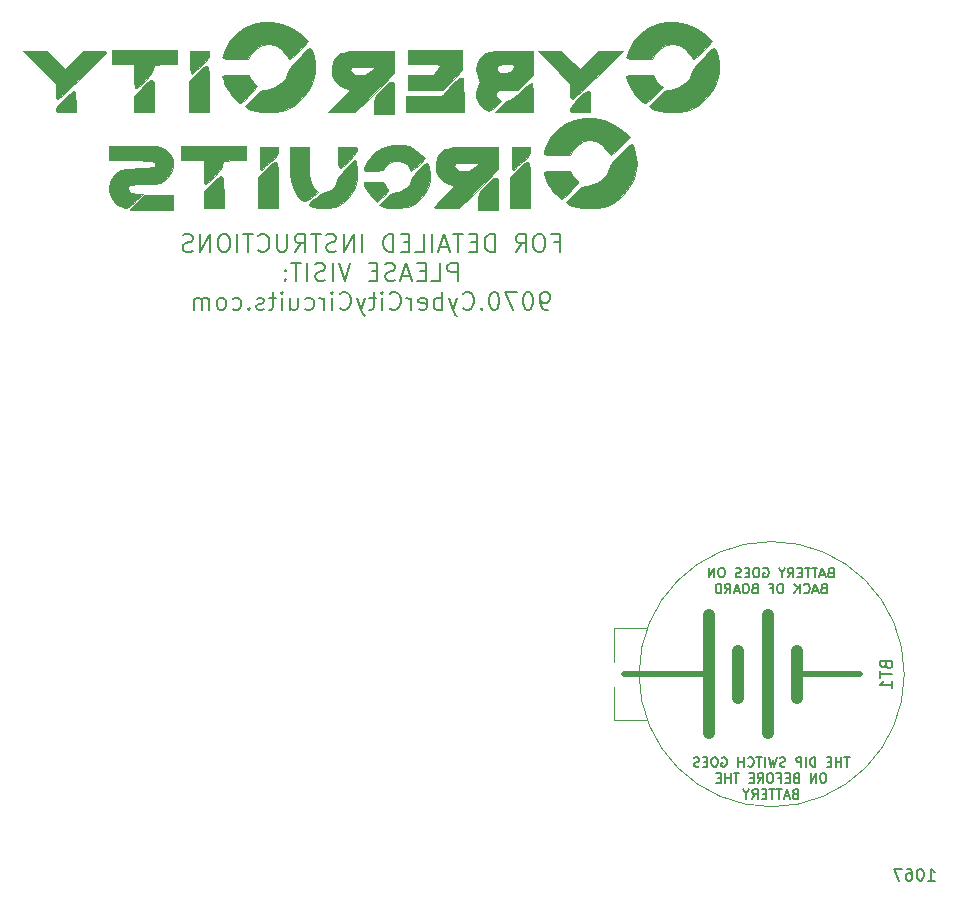
<source format=gbr>
%TF.GenerationSoftware,KiCad,Pcbnew,(5.1.9)-1*%
%TF.CreationDate,2021-05-25T12:28:25-04:00*%
%TF.ProjectId,Alarm Clock Kit,416c6172-6d20-4436-9c6f-636b204b6974,rev?*%
%TF.SameCoordinates,Original*%
%TF.FileFunction,Legend,Bot*%
%TF.FilePolarity,Positive*%
%FSLAX46Y46*%
G04 Gerber Fmt 4.6, Leading zero omitted, Abs format (unit mm)*
G04 Created by KiCad (PCBNEW (5.1.9)-1) date 2021-05-25 12:28:25*
%MOMM*%
%LPD*%
G01*
G04 APERTURE LIST*
%ADD10C,0.150000*%
%ADD11C,0.200000*%
%ADD12C,0.010000*%
%ADD13C,0.100000*%
%ADD14C,1.000000*%
%ADD15C,0.500000*%
G04 APERTURE END LIST*
D10*
X140478571Y-126381904D02*
X140021428Y-126381904D01*
X140250000Y-127181904D02*
X140250000Y-126381904D01*
X139754761Y-127181904D02*
X139754761Y-126381904D01*
X139754761Y-126762857D02*
X139297619Y-126762857D01*
X139297619Y-127181904D02*
X139297619Y-126381904D01*
X138916666Y-126762857D02*
X138650000Y-126762857D01*
X138535714Y-127181904D02*
X138916666Y-127181904D01*
X138916666Y-126381904D01*
X138535714Y-126381904D01*
X137583333Y-127181904D02*
X137583333Y-126381904D01*
X137392857Y-126381904D01*
X137278571Y-126420000D01*
X137202380Y-126496190D01*
X137164285Y-126572380D01*
X137126190Y-126724761D01*
X137126190Y-126839047D01*
X137164285Y-126991428D01*
X137202380Y-127067619D01*
X137278571Y-127143809D01*
X137392857Y-127181904D01*
X137583333Y-127181904D01*
X136783333Y-127181904D02*
X136783333Y-126381904D01*
X136402380Y-127181904D02*
X136402380Y-126381904D01*
X136097619Y-126381904D01*
X136021428Y-126420000D01*
X135983333Y-126458095D01*
X135945238Y-126534285D01*
X135945238Y-126648571D01*
X135983333Y-126724761D01*
X136021428Y-126762857D01*
X136097619Y-126800952D01*
X136402380Y-126800952D01*
X135030952Y-127143809D02*
X134916666Y-127181904D01*
X134726190Y-127181904D01*
X134650000Y-127143809D01*
X134611904Y-127105714D01*
X134573809Y-127029523D01*
X134573809Y-126953333D01*
X134611904Y-126877142D01*
X134650000Y-126839047D01*
X134726190Y-126800952D01*
X134878571Y-126762857D01*
X134954761Y-126724761D01*
X134992857Y-126686666D01*
X135030952Y-126610476D01*
X135030952Y-126534285D01*
X134992857Y-126458095D01*
X134954761Y-126420000D01*
X134878571Y-126381904D01*
X134688095Y-126381904D01*
X134573809Y-126420000D01*
X134307142Y-126381904D02*
X134116666Y-127181904D01*
X133964285Y-126610476D01*
X133811904Y-127181904D01*
X133621428Y-126381904D01*
X133316666Y-127181904D02*
X133316666Y-126381904D01*
X133050000Y-126381904D02*
X132592857Y-126381904D01*
X132821428Y-127181904D02*
X132821428Y-126381904D01*
X131869047Y-127105714D02*
X131907142Y-127143809D01*
X132021428Y-127181904D01*
X132097619Y-127181904D01*
X132211904Y-127143809D01*
X132288095Y-127067619D01*
X132326190Y-126991428D01*
X132364285Y-126839047D01*
X132364285Y-126724761D01*
X132326190Y-126572380D01*
X132288095Y-126496190D01*
X132211904Y-126420000D01*
X132097619Y-126381904D01*
X132021428Y-126381904D01*
X131907142Y-126420000D01*
X131869047Y-126458095D01*
X131526190Y-127181904D02*
X131526190Y-126381904D01*
X131526190Y-126762857D02*
X131069047Y-126762857D01*
X131069047Y-127181904D02*
X131069047Y-126381904D01*
X129659523Y-126420000D02*
X129735714Y-126381904D01*
X129850000Y-126381904D01*
X129964285Y-126420000D01*
X130040476Y-126496190D01*
X130078571Y-126572380D01*
X130116666Y-126724761D01*
X130116666Y-126839047D01*
X130078571Y-126991428D01*
X130040476Y-127067619D01*
X129964285Y-127143809D01*
X129850000Y-127181904D01*
X129773809Y-127181904D01*
X129659523Y-127143809D01*
X129621428Y-127105714D01*
X129621428Y-126839047D01*
X129773809Y-126839047D01*
X129126190Y-126381904D02*
X128973809Y-126381904D01*
X128897619Y-126420000D01*
X128821428Y-126496190D01*
X128783333Y-126648571D01*
X128783333Y-126915238D01*
X128821428Y-127067619D01*
X128897619Y-127143809D01*
X128973809Y-127181904D01*
X129126190Y-127181904D01*
X129202380Y-127143809D01*
X129278571Y-127067619D01*
X129316666Y-126915238D01*
X129316666Y-126648571D01*
X129278571Y-126496190D01*
X129202380Y-126420000D01*
X129126190Y-126381904D01*
X128440476Y-126762857D02*
X128173809Y-126762857D01*
X128059523Y-127181904D02*
X128440476Y-127181904D01*
X128440476Y-126381904D01*
X128059523Y-126381904D01*
X127754761Y-127143809D02*
X127640476Y-127181904D01*
X127450000Y-127181904D01*
X127373809Y-127143809D01*
X127335714Y-127105714D01*
X127297619Y-127029523D01*
X127297619Y-126953333D01*
X127335714Y-126877142D01*
X127373809Y-126839047D01*
X127450000Y-126800952D01*
X127602380Y-126762857D01*
X127678571Y-126724761D01*
X127716666Y-126686666D01*
X127754761Y-126610476D01*
X127754761Y-126534285D01*
X127716666Y-126458095D01*
X127678571Y-126420000D01*
X127602380Y-126381904D01*
X127411904Y-126381904D01*
X127297619Y-126420000D01*
X138326190Y-127731904D02*
X138173809Y-127731904D01*
X138097619Y-127770000D01*
X138021428Y-127846190D01*
X137983333Y-127998571D01*
X137983333Y-128265238D01*
X138021428Y-128417619D01*
X138097619Y-128493809D01*
X138173809Y-128531904D01*
X138326190Y-128531904D01*
X138402380Y-128493809D01*
X138478571Y-128417619D01*
X138516666Y-128265238D01*
X138516666Y-127998571D01*
X138478571Y-127846190D01*
X138402380Y-127770000D01*
X138326190Y-127731904D01*
X137640476Y-128531904D02*
X137640476Y-127731904D01*
X137183333Y-128531904D01*
X137183333Y-127731904D01*
X135926190Y-128112857D02*
X135811904Y-128150952D01*
X135773809Y-128189047D01*
X135735714Y-128265238D01*
X135735714Y-128379523D01*
X135773809Y-128455714D01*
X135811904Y-128493809D01*
X135888095Y-128531904D01*
X136192857Y-128531904D01*
X136192857Y-127731904D01*
X135926190Y-127731904D01*
X135850000Y-127770000D01*
X135811904Y-127808095D01*
X135773809Y-127884285D01*
X135773809Y-127960476D01*
X135811904Y-128036666D01*
X135850000Y-128074761D01*
X135926190Y-128112857D01*
X136192857Y-128112857D01*
X135392857Y-128112857D02*
X135126190Y-128112857D01*
X135011904Y-128531904D02*
X135392857Y-128531904D01*
X135392857Y-127731904D01*
X135011904Y-127731904D01*
X134402380Y-128112857D02*
X134669047Y-128112857D01*
X134669047Y-128531904D02*
X134669047Y-127731904D01*
X134288095Y-127731904D01*
X133830952Y-127731904D02*
X133678571Y-127731904D01*
X133602380Y-127770000D01*
X133526190Y-127846190D01*
X133488095Y-127998571D01*
X133488095Y-128265238D01*
X133526190Y-128417619D01*
X133602380Y-128493809D01*
X133678571Y-128531904D01*
X133830952Y-128531904D01*
X133907142Y-128493809D01*
X133983333Y-128417619D01*
X134021428Y-128265238D01*
X134021428Y-127998571D01*
X133983333Y-127846190D01*
X133907142Y-127770000D01*
X133830952Y-127731904D01*
X132688095Y-128531904D02*
X132954761Y-128150952D01*
X133145238Y-128531904D02*
X133145238Y-127731904D01*
X132840476Y-127731904D01*
X132764285Y-127770000D01*
X132726190Y-127808095D01*
X132688095Y-127884285D01*
X132688095Y-127998571D01*
X132726190Y-128074761D01*
X132764285Y-128112857D01*
X132840476Y-128150952D01*
X133145238Y-128150952D01*
X132345238Y-128112857D02*
X132078571Y-128112857D01*
X131964285Y-128531904D02*
X132345238Y-128531904D01*
X132345238Y-127731904D01*
X131964285Y-127731904D01*
X131126190Y-127731904D02*
X130669047Y-127731904D01*
X130897619Y-128531904D02*
X130897619Y-127731904D01*
X130402380Y-128531904D02*
X130402380Y-127731904D01*
X130402380Y-128112857D02*
X129945238Y-128112857D01*
X129945238Y-128531904D02*
X129945238Y-127731904D01*
X129564285Y-128112857D02*
X129297619Y-128112857D01*
X129183333Y-128531904D02*
X129564285Y-128531904D01*
X129564285Y-127731904D01*
X129183333Y-127731904D01*
X135850000Y-129462857D02*
X135735714Y-129500952D01*
X135697619Y-129539047D01*
X135659523Y-129615238D01*
X135659523Y-129729523D01*
X135697619Y-129805714D01*
X135735714Y-129843809D01*
X135811904Y-129881904D01*
X136116666Y-129881904D01*
X136116666Y-129081904D01*
X135850000Y-129081904D01*
X135773809Y-129120000D01*
X135735714Y-129158095D01*
X135697619Y-129234285D01*
X135697619Y-129310476D01*
X135735714Y-129386666D01*
X135773809Y-129424761D01*
X135850000Y-129462857D01*
X136116666Y-129462857D01*
X135354761Y-129653333D02*
X134973809Y-129653333D01*
X135430952Y-129881904D02*
X135164285Y-129081904D01*
X134897619Y-129881904D01*
X134745238Y-129081904D02*
X134288095Y-129081904D01*
X134516666Y-129881904D02*
X134516666Y-129081904D01*
X134135714Y-129081904D02*
X133678571Y-129081904D01*
X133907142Y-129881904D02*
X133907142Y-129081904D01*
X133411904Y-129462857D02*
X133145238Y-129462857D01*
X133030952Y-129881904D02*
X133411904Y-129881904D01*
X133411904Y-129081904D01*
X133030952Y-129081904D01*
X132230952Y-129881904D02*
X132497619Y-129500952D01*
X132688095Y-129881904D02*
X132688095Y-129081904D01*
X132383333Y-129081904D01*
X132307142Y-129120000D01*
X132269047Y-129158095D01*
X132230952Y-129234285D01*
X132230952Y-129348571D01*
X132269047Y-129424761D01*
X132307142Y-129462857D01*
X132383333Y-129500952D01*
X132688095Y-129500952D01*
X131735714Y-129500952D02*
X131735714Y-129881904D01*
X132002380Y-129081904D02*
X131735714Y-129500952D01*
X131469047Y-129081904D01*
X138859523Y-110747857D02*
X138745238Y-110785952D01*
X138707142Y-110824047D01*
X138669047Y-110900238D01*
X138669047Y-111014523D01*
X138707142Y-111090714D01*
X138745238Y-111128809D01*
X138821428Y-111166904D01*
X139126190Y-111166904D01*
X139126190Y-110366904D01*
X138859523Y-110366904D01*
X138783333Y-110405000D01*
X138745238Y-110443095D01*
X138707142Y-110519285D01*
X138707142Y-110595476D01*
X138745238Y-110671666D01*
X138783333Y-110709761D01*
X138859523Y-110747857D01*
X139126190Y-110747857D01*
X138364285Y-110938333D02*
X137983333Y-110938333D01*
X138440476Y-111166904D02*
X138173809Y-110366904D01*
X137907142Y-111166904D01*
X137754761Y-110366904D02*
X137297619Y-110366904D01*
X137526190Y-111166904D02*
X137526190Y-110366904D01*
X137145238Y-110366904D02*
X136688095Y-110366904D01*
X136916666Y-111166904D02*
X136916666Y-110366904D01*
X136421428Y-110747857D02*
X136154761Y-110747857D01*
X136040476Y-111166904D02*
X136421428Y-111166904D01*
X136421428Y-110366904D01*
X136040476Y-110366904D01*
X135240476Y-111166904D02*
X135507142Y-110785952D01*
X135697619Y-111166904D02*
X135697619Y-110366904D01*
X135392857Y-110366904D01*
X135316666Y-110405000D01*
X135278571Y-110443095D01*
X135240476Y-110519285D01*
X135240476Y-110633571D01*
X135278571Y-110709761D01*
X135316666Y-110747857D01*
X135392857Y-110785952D01*
X135697619Y-110785952D01*
X134745238Y-110785952D02*
X134745238Y-111166904D01*
X135011904Y-110366904D02*
X134745238Y-110785952D01*
X134478571Y-110366904D01*
X133183333Y-110405000D02*
X133259523Y-110366904D01*
X133373809Y-110366904D01*
X133488095Y-110405000D01*
X133564285Y-110481190D01*
X133602380Y-110557380D01*
X133640476Y-110709761D01*
X133640476Y-110824047D01*
X133602380Y-110976428D01*
X133564285Y-111052619D01*
X133488095Y-111128809D01*
X133373809Y-111166904D01*
X133297619Y-111166904D01*
X133183333Y-111128809D01*
X133145238Y-111090714D01*
X133145238Y-110824047D01*
X133297619Y-110824047D01*
X132650000Y-110366904D02*
X132497619Y-110366904D01*
X132421428Y-110405000D01*
X132345238Y-110481190D01*
X132307142Y-110633571D01*
X132307142Y-110900238D01*
X132345238Y-111052619D01*
X132421428Y-111128809D01*
X132497619Y-111166904D01*
X132650000Y-111166904D01*
X132726190Y-111128809D01*
X132802380Y-111052619D01*
X132840476Y-110900238D01*
X132840476Y-110633571D01*
X132802380Y-110481190D01*
X132726190Y-110405000D01*
X132650000Y-110366904D01*
X131964285Y-110747857D02*
X131697619Y-110747857D01*
X131583333Y-111166904D02*
X131964285Y-111166904D01*
X131964285Y-110366904D01*
X131583333Y-110366904D01*
X131278571Y-111128809D02*
X131164285Y-111166904D01*
X130973809Y-111166904D01*
X130897619Y-111128809D01*
X130859523Y-111090714D01*
X130821428Y-111014523D01*
X130821428Y-110938333D01*
X130859523Y-110862142D01*
X130897619Y-110824047D01*
X130973809Y-110785952D01*
X131126190Y-110747857D01*
X131202380Y-110709761D01*
X131240476Y-110671666D01*
X131278571Y-110595476D01*
X131278571Y-110519285D01*
X131240476Y-110443095D01*
X131202380Y-110405000D01*
X131126190Y-110366904D01*
X130935714Y-110366904D01*
X130821428Y-110405000D01*
X129716666Y-110366904D02*
X129564285Y-110366904D01*
X129488095Y-110405000D01*
X129411904Y-110481190D01*
X129373809Y-110633571D01*
X129373809Y-110900238D01*
X129411904Y-111052619D01*
X129488095Y-111128809D01*
X129564285Y-111166904D01*
X129716666Y-111166904D01*
X129792857Y-111128809D01*
X129869047Y-111052619D01*
X129907142Y-110900238D01*
X129907142Y-110633571D01*
X129869047Y-110481190D01*
X129792857Y-110405000D01*
X129716666Y-110366904D01*
X129030952Y-111166904D02*
X129030952Y-110366904D01*
X128573809Y-111166904D01*
X128573809Y-110366904D01*
X138269047Y-112097857D02*
X138154761Y-112135952D01*
X138116666Y-112174047D01*
X138078571Y-112250238D01*
X138078571Y-112364523D01*
X138116666Y-112440714D01*
X138154761Y-112478809D01*
X138230952Y-112516904D01*
X138535714Y-112516904D01*
X138535714Y-111716904D01*
X138269047Y-111716904D01*
X138192857Y-111755000D01*
X138154761Y-111793095D01*
X138116666Y-111869285D01*
X138116666Y-111945476D01*
X138154761Y-112021666D01*
X138192857Y-112059761D01*
X138269047Y-112097857D01*
X138535714Y-112097857D01*
X137773809Y-112288333D02*
X137392857Y-112288333D01*
X137850000Y-112516904D02*
X137583333Y-111716904D01*
X137316666Y-112516904D01*
X136592857Y-112440714D02*
X136630952Y-112478809D01*
X136745238Y-112516904D01*
X136821428Y-112516904D01*
X136935714Y-112478809D01*
X137011904Y-112402619D01*
X137050000Y-112326428D01*
X137088095Y-112174047D01*
X137088095Y-112059761D01*
X137050000Y-111907380D01*
X137011904Y-111831190D01*
X136935714Y-111755000D01*
X136821428Y-111716904D01*
X136745238Y-111716904D01*
X136630952Y-111755000D01*
X136592857Y-111793095D01*
X136250000Y-112516904D02*
X136250000Y-111716904D01*
X135792857Y-112516904D02*
X136135714Y-112059761D01*
X135792857Y-111716904D02*
X136250000Y-112174047D01*
X134688095Y-111716904D02*
X134535714Y-111716904D01*
X134459523Y-111755000D01*
X134383333Y-111831190D01*
X134345238Y-111983571D01*
X134345238Y-112250238D01*
X134383333Y-112402619D01*
X134459523Y-112478809D01*
X134535714Y-112516904D01*
X134688095Y-112516904D01*
X134764285Y-112478809D01*
X134840476Y-112402619D01*
X134878571Y-112250238D01*
X134878571Y-111983571D01*
X134840476Y-111831190D01*
X134764285Y-111755000D01*
X134688095Y-111716904D01*
X133735714Y-112097857D02*
X134002380Y-112097857D01*
X134002380Y-112516904D02*
X134002380Y-111716904D01*
X133621428Y-111716904D01*
X132440476Y-112097857D02*
X132326190Y-112135952D01*
X132288095Y-112174047D01*
X132250000Y-112250238D01*
X132250000Y-112364523D01*
X132288095Y-112440714D01*
X132326190Y-112478809D01*
X132402380Y-112516904D01*
X132707142Y-112516904D01*
X132707142Y-111716904D01*
X132440476Y-111716904D01*
X132364285Y-111755000D01*
X132326190Y-111793095D01*
X132288095Y-111869285D01*
X132288095Y-111945476D01*
X132326190Y-112021666D01*
X132364285Y-112059761D01*
X132440476Y-112097857D01*
X132707142Y-112097857D01*
X131754761Y-111716904D02*
X131602380Y-111716904D01*
X131526190Y-111755000D01*
X131450000Y-111831190D01*
X131411904Y-111983571D01*
X131411904Y-112250238D01*
X131450000Y-112402619D01*
X131526190Y-112478809D01*
X131602380Y-112516904D01*
X131754761Y-112516904D01*
X131830952Y-112478809D01*
X131907142Y-112402619D01*
X131945238Y-112250238D01*
X131945238Y-111983571D01*
X131907142Y-111831190D01*
X131830952Y-111755000D01*
X131754761Y-111716904D01*
X131107142Y-112288333D02*
X130726190Y-112288333D01*
X131183333Y-112516904D02*
X130916666Y-111716904D01*
X130650000Y-112516904D01*
X129926190Y-112516904D02*
X130192857Y-112135952D01*
X130383333Y-112516904D02*
X130383333Y-111716904D01*
X130078571Y-111716904D01*
X130002380Y-111755000D01*
X129964285Y-111793095D01*
X129926190Y-111869285D01*
X129926190Y-111983571D01*
X129964285Y-112059761D01*
X130002380Y-112097857D01*
X130078571Y-112135952D01*
X130383333Y-112135952D01*
X129583333Y-112516904D02*
X129583333Y-111716904D01*
X129392857Y-111716904D01*
X129278571Y-111755000D01*
X129202380Y-111831190D01*
X129164285Y-111907380D01*
X129126190Y-112059761D01*
X129126190Y-112174047D01*
X129164285Y-112326428D01*
X129202380Y-112402619D01*
X129278571Y-112478809D01*
X129392857Y-112516904D01*
X129583333Y-112516904D01*
D11*
X115428571Y-82802857D02*
X115928571Y-82802857D01*
X115928571Y-83588571D02*
X115928571Y-82088571D01*
X115214285Y-82088571D01*
X114357142Y-82088571D02*
X114071428Y-82088571D01*
X113928571Y-82160000D01*
X113785714Y-82302857D01*
X113714285Y-82588571D01*
X113714285Y-83088571D01*
X113785714Y-83374285D01*
X113928571Y-83517142D01*
X114071428Y-83588571D01*
X114357142Y-83588571D01*
X114500000Y-83517142D01*
X114642857Y-83374285D01*
X114714285Y-83088571D01*
X114714285Y-82588571D01*
X114642857Y-82302857D01*
X114500000Y-82160000D01*
X114357142Y-82088571D01*
X112214285Y-83588571D02*
X112714285Y-82874285D01*
X113071428Y-83588571D02*
X113071428Y-82088571D01*
X112500000Y-82088571D01*
X112357142Y-82160000D01*
X112285714Y-82231428D01*
X112214285Y-82374285D01*
X112214285Y-82588571D01*
X112285714Y-82731428D01*
X112357142Y-82802857D01*
X112500000Y-82874285D01*
X113071428Y-82874285D01*
X110428571Y-83588571D02*
X110428571Y-82088571D01*
X110071428Y-82088571D01*
X109857142Y-82160000D01*
X109714285Y-82302857D01*
X109642857Y-82445714D01*
X109571428Y-82731428D01*
X109571428Y-82945714D01*
X109642857Y-83231428D01*
X109714285Y-83374285D01*
X109857142Y-83517142D01*
X110071428Y-83588571D01*
X110428571Y-83588571D01*
X108928571Y-82802857D02*
X108428571Y-82802857D01*
X108214285Y-83588571D02*
X108928571Y-83588571D01*
X108928571Y-82088571D01*
X108214285Y-82088571D01*
X107785714Y-82088571D02*
X106928571Y-82088571D01*
X107357142Y-83588571D02*
X107357142Y-82088571D01*
X106500000Y-83160000D02*
X105785714Y-83160000D01*
X106642857Y-83588571D02*
X106142857Y-82088571D01*
X105642857Y-83588571D01*
X105142857Y-83588571D02*
X105142857Y-82088571D01*
X103714285Y-83588571D02*
X104428571Y-83588571D01*
X104428571Y-82088571D01*
X103214285Y-82802857D02*
X102714285Y-82802857D01*
X102500000Y-83588571D02*
X103214285Y-83588571D01*
X103214285Y-82088571D01*
X102500000Y-82088571D01*
X101857142Y-83588571D02*
X101857142Y-82088571D01*
X101500000Y-82088571D01*
X101285714Y-82160000D01*
X101142857Y-82302857D01*
X101071428Y-82445714D01*
X101000000Y-82731428D01*
X101000000Y-82945714D01*
X101071428Y-83231428D01*
X101142857Y-83374285D01*
X101285714Y-83517142D01*
X101500000Y-83588571D01*
X101857142Y-83588571D01*
X99214285Y-83588571D02*
X99214285Y-82088571D01*
X98500000Y-83588571D02*
X98500000Y-82088571D01*
X97642857Y-83588571D01*
X97642857Y-82088571D01*
X97000000Y-83517142D02*
X96785714Y-83588571D01*
X96428571Y-83588571D01*
X96285714Y-83517142D01*
X96214285Y-83445714D01*
X96142857Y-83302857D01*
X96142857Y-83160000D01*
X96214285Y-83017142D01*
X96285714Y-82945714D01*
X96428571Y-82874285D01*
X96714285Y-82802857D01*
X96857142Y-82731428D01*
X96928571Y-82660000D01*
X97000000Y-82517142D01*
X97000000Y-82374285D01*
X96928571Y-82231428D01*
X96857142Y-82160000D01*
X96714285Y-82088571D01*
X96357142Y-82088571D01*
X96142857Y-82160000D01*
X95714285Y-82088571D02*
X94857142Y-82088571D01*
X95285714Y-83588571D02*
X95285714Y-82088571D01*
X93500000Y-83588571D02*
X94000000Y-82874285D01*
X94357142Y-83588571D02*
X94357142Y-82088571D01*
X93785714Y-82088571D01*
X93642857Y-82160000D01*
X93571428Y-82231428D01*
X93500000Y-82374285D01*
X93500000Y-82588571D01*
X93571428Y-82731428D01*
X93642857Y-82802857D01*
X93785714Y-82874285D01*
X94357142Y-82874285D01*
X92857142Y-82088571D02*
X92857142Y-83302857D01*
X92785714Y-83445714D01*
X92714285Y-83517142D01*
X92571428Y-83588571D01*
X92285714Y-83588571D01*
X92142857Y-83517142D01*
X92071428Y-83445714D01*
X92000000Y-83302857D01*
X92000000Y-82088571D01*
X90428571Y-83445714D02*
X90500000Y-83517142D01*
X90714285Y-83588571D01*
X90857142Y-83588571D01*
X91071428Y-83517142D01*
X91214285Y-83374285D01*
X91285714Y-83231428D01*
X91357142Y-82945714D01*
X91357142Y-82731428D01*
X91285714Y-82445714D01*
X91214285Y-82302857D01*
X91071428Y-82160000D01*
X90857142Y-82088571D01*
X90714285Y-82088571D01*
X90500000Y-82160000D01*
X90428571Y-82231428D01*
X90000000Y-82088571D02*
X89142857Y-82088571D01*
X89571428Y-83588571D02*
X89571428Y-82088571D01*
X88642857Y-83588571D02*
X88642857Y-82088571D01*
X87642857Y-82088571D02*
X87357142Y-82088571D01*
X87214285Y-82160000D01*
X87071428Y-82302857D01*
X87000000Y-82588571D01*
X87000000Y-83088571D01*
X87071428Y-83374285D01*
X87214285Y-83517142D01*
X87357142Y-83588571D01*
X87642857Y-83588571D01*
X87785714Y-83517142D01*
X87928571Y-83374285D01*
X88000000Y-83088571D01*
X88000000Y-82588571D01*
X87928571Y-82302857D01*
X87785714Y-82160000D01*
X87642857Y-82088571D01*
X86357142Y-83588571D02*
X86357142Y-82088571D01*
X85500000Y-83588571D01*
X85500000Y-82088571D01*
X84857142Y-83517142D02*
X84642857Y-83588571D01*
X84285714Y-83588571D01*
X84142857Y-83517142D01*
X84071428Y-83445714D01*
X84000000Y-83302857D01*
X84000000Y-83160000D01*
X84071428Y-83017142D01*
X84142857Y-82945714D01*
X84285714Y-82874285D01*
X84571428Y-82802857D01*
X84714285Y-82731428D01*
X84785714Y-82660000D01*
X84857142Y-82517142D01*
X84857142Y-82374285D01*
X84785714Y-82231428D01*
X84714285Y-82160000D01*
X84571428Y-82088571D01*
X84214285Y-82088571D01*
X84000000Y-82160000D01*
X107285714Y-86038571D02*
X107285714Y-84538571D01*
X106714285Y-84538571D01*
X106571428Y-84610000D01*
X106500000Y-84681428D01*
X106428571Y-84824285D01*
X106428571Y-85038571D01*
X106500000Y-85181428D01*
X106571428Y-85252857D01*
X106714285Y-85324285D01*
X107285714Y-85324285D01*
X105071428Y-86038571D02*
X105785714Y-86038571D01*
X105785714Y-84538571D01*
X104571428Y-85252857D02*
X104071428Y-85252857D01*
X103857142Y-86038571D02*
X104571428Y-86038571D01*
X104571428Y-84538571D01*
X103857142Y-84538571D01*
X103285714Y-85610000D02*
X102571428Y-85610000D01*
X103428571Y-86038571D02*
X102928571Y-84538571D01*
X102428571Y-86038571D01*
X102000000Y-85967142D02*
X101785714Y-86038571D01*
X101428571Y-86038571D01*
X101285714Y-85967142D01*
X101214285Y-85895714D01*
X101142857Y-85752857D01*
X101142857Y-85610000D01*
X101214285Y-85467142D01*
X101285714Y-85395714D01*
X101428571Y-85324285D01*
X101714285Y-85252857D01*
X101857142Y-85181428D01*
X101928571Y-85110000D01*
X102000000Y-84967142D01*
X102000000Y-84824285D01*
X101928571Y-84681428D01*
X101857142Y-84610000D01*
X101714285Y-84538571D01*
X101357142Y-84538571D01*
X101142857Y-84610000D01*
X100500000Y-85252857D02*
X100000000Y-85252857D01*
X99785714Y-86038571D02*
X100500000Y-86038571D01*
X100500000Y-84538571D01*
X99785714Y-84538571D01*
X98214285Y-84538571D02*
X97714285Y-86038571D01*
X97214285Y-84538571D01*
X96714285Y-86038571D02*
X96714285Y-84538571D01*
X96071428Y-85967142D02*
X95857142Y-86038571D01*
X95500000Y-86038571D01*
X95357142Y-85967142D01*
X95285714Y-85895714D01*
X95214285Y-85752857D01*
X95214285Y-85610000D01*
X95285714Y-85467142D01*
X95357142Y-85395714D01*
X95500000Y-85324285D01*
X95785714Y-85252857D01*
X95928571Y-85181428D01*
X96000000Y-85110000D01*
X96071428Y-84967142D01*
X96071428Y-84824285D01*
X96000000Y-84681428D01*
X95928571Y-84610000D01*
X95785714Y-84538571D01*
X95428571Y-84538571D01*
X95214285Y-84610000D01*
X94571428Y-86038571D02*
X94571428Y-84538571D01*
X94071428Y-84538571D02*
X93214285Y-84538571D01*
X93642857Y-86038571D02*
X93642857Y-84538571D01*
X92714285Y-85895714D02*
X92642857Y-85967142D01*
X92714285Y-86038571D01*
X92785714Y-85967142D01*
X92714285Y-85895714D01*
X92714285Y-86038571D01*
X92714285Y-85110000D02*
X92642857Y-85181428D01*
X92714285Y-85252857D01*
X92785714Y-85181428D01*
X92714285Y-85110000D01*
X92714285Y-85252857D01*
X114964285Y-88488571D02*
X114678571Y-88488571D01*
X114535714Y-88417142D01*
X114464285Y-88345714D01*
X114321428Y-88131428D01*
X114250000Y-87845714D01*
X114250000Y-87274285D01*
X114321428Y-87131428D01*
X114392857Y-87060000D01*
X114535714Y-86988571D01*
X114821428Y-86988571D01*
X114964285Y-87060000D01*
X115035714Y-87131428D01*
X115107142Y-87274285D01*
X115107142Y-87631428D01*
X115035714Y-87774285D01*
X114964285Y-87845714D01*
X114821428Y-87917142D01*
X114535714Y-87917142D01*
X114392857Y-87845714D01*
X114321428Y-87774285D01*
X114250000Y-87631428D01*
X113321428Y-86988571D02*
X113178571Y-86988571D01*
X113035714Y-87060000D01*
X112964285Y-87131428D01*
X112892857Y-87274285D01*
X112821428Y-87560000D01*
X112821428Y-87917142D01*
X112892857Y-88202857D01*
X112964285Y-88345714D01*
X113035714Y-88417142D01*
X113178571Y-88488571D01*
X113321428Y-88488571D01*
X113464285Y-88417142D01*
X113535714Y-88345714D01*
X113607142Y-88202857D01*
X113678571Y-87917142D01*
X113678571Y-87560000D01*
X113607142Y-87274285D01*
X113535714Y-87131428D01*
X113464285Y-87060000D01*
X113321428Y-86988571D01*
X112321428Y-86988571D02*
X111321428Y-86988571D01*
X111964285Y-88488571D01*
X110464285Y-86988571D02*
X110321428Y-86988571D01*
X110178571Y-87060000D01*
X110107142Y-87131428D01*
X110035714Y-87274285D01*
X109964285Y-87560000D01*
X109964285Y-87917142D01*
X110035714Y-88202857D01*
X110107142Y-88345714D01*
X110178571Y-88417142D01*
X110321428Y-88488571D01*
X110464285Y-88488571D01*
X110607142Y-88417142D01*
X110678571Y-88345714D01*
X110750000Y-88202857D01*
X110821428Y-87917142D01*
X110821428Y-87560000D01*
X110750000Y-87274285D01*
X110678571Y-87131428D01*
X110607142Y-87060000D01*
X110464285Y-86988571D01*
X109321428Y-88345714D02*
X109250000Y-88417142D01*
X109321428Y-88488571D01*
X109392857Y-88417142D01*
X109321428Y-88345714D01*
X109321428Y-88488571D01*
X107750000Y-88345714D02*
X107821428Y-88417142D01*
X108035714Y-88488571D01*
X108178571Y-88488571D01*
X108392857Y-88417142D01*
X108535714Y-88274285D01*
X108607142Y-88131428D01*
X108678571Y-87845714D01*
X108678571Y-87631428D01*
X108607142Y-87345714D01*
X108535714Y-87202857D01*
X108392857Y-87060000D01*
X108178571Y-86988571D01*
X108035714Y-86988571D01*
X107821428Y-87060000D01*
X107750000Y-87131428D01*
X107250000Y-87488571D02*
X106892857Y-88488571D01*
X106535714Y-87488571D02*
X106892857Y-88488571D01*
X107035714Y-88845714D01*
X107107142Y-88917142D01*
X107250000Y-88988571D01*
X105964285Y-88488571D02*
X105964285Y-86988571D01*
X105964285Y-87560000D02*
X105821428Y-87488571D01*
X105535714Y-87488571D01*
X105392857Y-87560000D01*
X105321428Y-87631428D01*
X105250000Y-87774285D01*
X105250000Y-88202857D01*
X105321428Y-88345714D01*
X105392857Y-88417142D01*
X105535714Y-88488571D01*
X105821428Y-88488571D01*
X105964285Y-88417142D01*
X104035714Y-88417142D02*
X104178571Y-88488571D01*
X104464285Y-88488571D01*
X104607142Y-88417142D01*
X104678571Y-88274285D01*
X104678571Y-87702857D01*
X104607142Y-87560000D01*
X104464285Y-87488571D01*
X104178571Y-87488571D01*
X104035714Y-87560000D01*
X103964285Y-87702857D01*
X103964285Y-87845714D01*
X104678571Y-87988571D01*
X103321428Y-88488571D02*
X103321428Y-87488571D01*
X103321428Y-87774285D02*
X103250000Y-87631428D01*
X103178571Y-87560000D01*
X103035714Y-87488571D01*
X102892857Y-87488571D01*
X101535714Y-88345714D02*
X101607142Y-88417142D01*
X101821428Y-88488571D01*
X101964285Y-88488571D01*
X102178571Y-88417142D01*
X102321428Y-88274285D01*
X102392857Y-88131428D01*
X102464285Y-87845714D01*
X102464285Y-87631428D01*
X102392857Y-87345714D01*
X102321428Y-87202857D01*
X102178571Y-87060000D01*
X101964285Y-86988571D01*
X101821428Y-86988571D01*
X101607142Y-87060000D01*
X101535714Y-87131428D01*
X100892857Y-88488571D02*
X100892857Y-87488571D01*
X100892857Y-86988571D02*
X100964285Y-87060000D01*
X100892857Y-87131428D01*
X100821428Y-87060000D01*
X100892857Y-86988571D01*
X100892857Y-87131428D01*
X100392857Y-87488571D02*
X99821428Y-87488571D01*
X100178571Y-86988571D02*
X100178571Y-88274285D01*
X100107142Y-88417142D01*
X99964285Y-88488571D01*
X99821428Y-88488571D01*
X99464285Y-87488571D02*
X99107142Y-88488571D01*
X98750000Y-87488571D02*
X99107142Y-88488571D01*
X99250000Y-88845714D01*
X99321428Y-88917142D01*
X99464285Y-88988571D01*
X97321428Y-88345714D02*
X97392857Y-88417142D01*
X97607142Y-88488571D01*
X97750000Y-88488571D01*
X97964285Y-88417142D01*
X98107142Y-88274285D01*
X98178571Y-88131428D01*
X98250000Y-87845714D01*
X98250000Y-87631428D01*
X98178571Y-87345714D01*
X98107142Y-87202857D01*
X97964285Y-87060000D01*
X97750000Y-86988571D01*
X97607142Y-86988571D01*
X97392857Y-87060000D01*
X97321428Y-87131428D01*
X96678571Y-88488571D02*
X96678571Y-87488571D01*
X96678571Y-86988571D02*
X96750000Y-87060000D01*
X96678571Y-87131428D01*
X96607142Y-87060000D01*
X96678571Y-86988571D01*
X96678571Y-87131428D01*
X95964285Y-88488571D02*
X95964285Y-87488571D01*
X95964285Y-87774285D02*
X95892857Y-87631428D01*
X95821428Y-87560000D01*
X95678571Y-87488571D01*
X95535714Y-87488571D01*
X94392857Y-88417142D02*
X94535714Y-88488571D01*
X94821428Y-88488571D01*
X94964285Y-88417142D01*
X95035714Y-88345714D01*
X95107142Y-88202857D01*
X95107142Y-87774285D01*
X95035714Y-87631428D01*
X94964285Y-87560000D01*
X94821428Y-87488571D01*
X94535714Y-87488571D01*
X94392857Y-87560000D01*
X93107142Y-87488571D02*
X93107142Y-88488571D01*
X93750000Y-87488571D02*
X93750000Y-88274285D01*
X93678571Y-88417142D01*
X93535714Y-88488571D01*
X93321428Y-88488571D01*
X93178571Y-88417142D01*
X93107142Y-88345714D01*
X92392857Y-88488571D02*
X92392857Y-87488571D01*
X92392857Y-86988571D02*
X92464285Y-87060000D01*
X92392857Y-87131428D01*
X92321428Y-87060000D01*
X92392857Y-86988571D01*
X92392857Y-87131428D01*
X91892857Y-87488571D02*
X91321428Y-87488571D01*
X91678571Y-86988571D02*
X91678571Y-88274285D01*
X91607142Y-88417142D01*
X91464285Y-88488571D01*
X91321428Y-88488571D01*
X90892857Y-88417142D02*
X90750000Y-88488571D01*
X90464285Y-88488571D01*
X90321428Y-88417142D01*
X90250000Y-88274285D01*
X90250000Y-88202857D01*
X90321428Y-88060000D01*
X90464285Y-87988571D01*
X90678571Y-87988571D01*
X90821428Y-87917142D01*
X90892857Y-87774285D01*
X90892857Y-87702857D01*
X90821428Y-87560000D01*
X90678571Y-87488571D01*
X90464285Y-87488571D01*
X90321428Y-87560000D01*
X89607142Y-88345714D02*
X89535714Y-88417142D01*
X89607142Y-88488571D01*
X89678571Y-88417142D01*
X89607142Y-88345714D01*
X89607142Y-88488571D01*
X88250000Y-88417142D02*
X88392857Y-88488571D01*
X88678571Y-88488571D01*
X88821428Y-88417142D01*
X88892857Y-88345714D01*
X88964285Y-88202857D01*
X88964285Y-87774285D01*
X88892857Y-87631428D01*
X88821428Y-87560000D01*
X88678571Y-87488571D01*
X88392857Y-87488571D01*
X88250000Y-87560000D01*
X87392857Y-88488571D02*
X87535714Y-88417142D01*
X87607142Y-88345714D01*
X87678571Y-88202857D01*
X87678571Y-87774285D01*
X87607142Y-87631428D01*
X87535714Y-87560000D01*
X87392857Y-87488571D01*
X87178571Y-87488571D01*
X87035714Y-87560000D01*
X86964285Y-87631428D01*
X86892857Y-87774285D01*
X86892857Y-88202857D01*
X86964285Y-88345714D01*
X87035714Y-88417142D01*
X87178571Y-88488571D01*
X87392857Y-88488571D01*
X86250000Y-88488571D02*
X86250000Y-87488571D01*
X86250000Y-87631428D02*
X86178571Y-87560000D01*
X86035714Y-87488571D01*
X85821428Y-87488571D01*
X85678571Y-87560000D01*
X85607142Y-87702857D01*
X85607142Y-88488571D01*
X85607142Y-87702857D02*
X85535714Y-87560000D01*
X85392857Y-87488571D01*
X85178571Y-87488571D01*
X85035714Y-87560000D01*
X84964285Y-87702857D01*
X84964285Y-88488571D01*
D10*
X147122857Y-136832380D02*
X147694285Y-136832380D01*
X147408571Y-136832380D02*
X147408571Y-135832380D01*
X147503809Y-135975238D01*
X147599047Y-136070476D01*
X147694285Y-136118095D01*
X146503809Y-135832380D02*
X146408571Y-135832380D01*
X146313333Y-135880000D01*
X146265714Y-135927619D01*
X146218095Y-136022857D01*
X146170476Y-136213333D01*
X146170476Y-136451428D01*
X146218095Y-136641904D01*
X146265714Y-136737142D01*
X146313333Y-136784761D01*
X146408571Y-136832380D01*
X146503809Y-136832380D01*
X146599047Y-136784761D01*
X146646666Y-136737142D01*
X146694285Y-136641904D01*
X146741904Y-136451428D01*
X146741904Y-136213333D01*
X146694285Y-136022857D01*
X146646666Y-135927619D01*
X146599047Y-135880000D01*
X146503809Y-135832380D01*
X145313333Y-135832380D02*
X145503809Y-135832380D01*
X145599047Y-135880000D01*
X145646666Y-135927619D01*
X145741904Y-136070476D01*
X145789523Y-136260952D01*
X145789523Y-136641904D01*
X145741904Y-136737142D01*
X145694285Y-136784761D01*
X145599047Y-136832380D01*
X145408571Y-136832380D01*
X145313333Y-136784761D01*
X145265714Y-136737142D01*
X145218095Y-136641904D01*
X145218095Y-136403809D01*
X145265714Y-136308571D01*
X145313333Y-136260952D01*
X145408571Y-136213333D01*
X145599047Y-136213333D01*
X145694285Y-136260952D01*
X145741904Y-136308571D01*
X145789523Y-136403809D01*
X144884761Y-135832380D02*
X144218095Y-135832380D01*
X144646666Y-136832380D01*
D12*
%TO.C,G\u002A\u002A\u002A*%
G36*
X90764810Y-64126552D02*
G01*
X89938059Y-64314813D01*
X89167324Y-64670341D01*
X88484801Y-65187100D01*
X87922682Y-65859055D01*
X87646622Y-66355555D01*
X87492404Y-66709724D01*
X87387460Y-66992145D01*
X87357547Y-67117555D01*
X87425876Y-67187516D01*
X87649455Y-67231758D01*
X88054202Y-67253574D01*
X88457111Y-67257269D01*
X89557778Y-67255871D01*
X89815312Y-66858349D01*
X90234066Y-66390045D01*
X90733025Y-66112053D01*
X91271648Y-66023909D01*
X91809395Y-66125149D01*
X92305726Y-66415307D01*
X92718667Y-66891641D01*
X92894154Y-67126349D01*
X93039760Y-67249273D01*
X93060594Y-67254318D01*
X93186167Y-67180513D01*
X93425658Y-66979094D01*
X93737555Y-66686202D01*
X93907261Y-66517178D01*
X94637778Y-65775689D01*
X93988082Y-65166866D01*
X93259214Y-64625715D01*
X92457582Y-64275968D01*
X91615383Y-64111592D01*
X90764810Y-64126552D01*
G37*
X90764810Y-64126552D02*
X89938059Y-64314813D01*
X89167324Y-64670341D01*
X88484801Y-65187100D01*
X87922682Y-65859055D01*
X87646622Y-66355555D01*
X87492404Y-66709724D01*
X87387460Y-66992145D01*
X87357547Y-67117555D01*
X87425876Y-67187516D01*
X87649455Y-67231758D01*
X88054202Y-67253574D01*
X88457111Y-67257269D01*
X89557778Y-67255871D01*
X89815312Y-66858349D01*
X90234066Y-66390045D01*
X90733025Y-66112053D01*
X91271648Y-66023909D01*
X91809395Y-66125149D01*
X92305726Y-66415307D01*
X92718667Y-66891641D01*
X92894154Y-67126349D01*
X93039760Y-67249273D01*
X93060594Y-67254318D01*
X93186167Y-67180513D01*
X93425658Y-66979094D01*
X93737555Y-66686202D01*
X93907261Y-66517178D01*
X94637778Y-65775689D01*
X93988082Y-65166866D01*
X93259214Y-64625715D01*
X92457582Y-64275968D01*
X91615383Y-64111592D01*
X90764810Y-64126552D01*
G36*
X124970144Y-64126552D02*
G01*
X124143393Y-64314813D01*
X123372658Y-64670341D01*
X122690134Y-65187100D01*
X122128015Y-65859055D01*
X121851955Y-66355555D01*
X121697738Y-66709724D01*
X121592793Y-66992145D01*
X121562881Y-67117555D01*
X121631210Y-67187516D01*
X121854788Y-67231758D01*
X122259535Y-67253574D01*
X122662444Y-67257269D01*
X123763111Y-67255871D01*
X124020646Y-66858349D01*
X124439399Y-66390045D01*
X124938358Y-66112053D01*
X125476982Y-66023909D01*
X126014729Y-66125149D01*
X126511059Y-66415307D01*
X126924000Y-66891641D01*
X127099488Y-67126349D01*
X127245093Y-67249273D01*
X127265928Y-67254318D01*
X127391500Y-67180513D01*
X127630992Y-66979094D01*
X127942889Y-66686202D01*
X128112594Y-66517178D01*
X128843111Y-65775689D01*
X128193416Y-65166866D01*
X127464547Y-64625715D01*
X126662916Y-64275968D01*
X125820716Y-64111592D01*
X124970144Y-64126552D01*
G37*
X124970144Y-64126552D02*
X124143393Y-64314813D01*
X123372658Y-64670341D01*
X122690134Y-65187100D01*
X122128015Y-65859055D01*
X121851955Y-66355555D01*
X121697738Y-66709724D01*
X121592793Y-66992145D01*
X121562881Y-67117555D01*
X121631210Y-67187516D01*
X121854788Y-67231758D01*
X122259535Y-67253574D01*
X122662444Y-67257269D01*
X123763111Y-67255871D01*
X124020646Y-66858349D01*
X124439399Y-66390045D01*
X124938358Y-66112053D01*
X125476982Y-66023909D01*
X126014729Y-66125149D01*
X126511059Y-66415307D01*
X126924000Y-66891641D01*
X127099488Y-67126349D01*
X127245093Y-67249273D01*
X127265928Y-67254318D01*
X127391500Y-67180513D01*
X127630992Y-66979094D01*
X127942889Y-66686202D01*
X128112594Y-66517178D01*
X128843111Y-65775689D01*
X128193416Y-65166866D01*
X127464547Y-64625715D01*
X126662916Y-64275968D01*
X125820716Y-64111592D01*
X124970144Y-64126552D01*
G36*
X84647111Y-67540888D02*
G01*
X84660906Y-68051737D01*
X84700649Y-68377954D01*
X84763873Y-68500036D01*
X84768381Y-68500444D01*
X84901502Y-68427136D01*
X85148164Y-68232295D01*
X85461771Y-67953547D01*
X85558603Y-67862371D01*
X85921709Y-67494078D01*
X86132494Y-67217778D01*
X86220294Y-66991392D01*
X86227555Y-66902816D01*
X86227555Y-66581333D01*
X84647111Y-66581333D01*
X84647111Y-67540888D01*
G37*
X84647111Y-67540888D02*
X84660906Y-68051737D01*
X84700649Y-68377954D01*
X84763873Y-68500036D01*
X84768381Y-68500444D01*
X84901502Y-68427136D01*
X85148164Y-68232295D01*
X85461771Y-67953547D01*
X85558603Y-67862371D01*
X85921709Y-67494078D01*
X86132494Y-67217778D01*
X86220294Y-66991392D01*
X86227555Y-66902816D01*
X86227555Y-66581333D01*
X84647111Y-66581333D01*
X84647111Y-67540888D01*
G36*
X77986667Y-67710222D02*
G01*
X79905778Y-67710222D01*
X79905778Y-68726222D01*
X79915204Y-69244475D01*
X79946176Y-69566023D01*
X80002738Y-69719259D01*
X80050423Y-69742222D01*
X80192764Y-69666245D01*
X80441623Y-69464587D01*
X80749500Y-69176658D01*
X80832781Y-69093111D01*
X81236111Y-68640122D01*
X81456560Y-68284929D01*
X81506581Y-68105333D01*
X81542667Y-67766666D01*
X82530444Y-67734049D01*
X83518222Y-67701432D01*
X83518222Y-66468444D01*
X77986667Y-66468444D01*
X77986667Y-67710222D01*
G37*
X77986667Y-67710222D02*
X79905778Y-67710222D01*
X79905778Y-68726222D01*
X79915204Y-69244475D01*
X79946176Y-69566023D01*
X80002738Y-69719259D01*
X80050423Y-69742222D01*
X80192764Y-69666245D01*
X80441623Y-69464587D01*
X80749500Y-69176658D01*
X80832781Y-69093111D01*
X81236111Y-68640122D01*
X81456560Y-68284929D01*
X81506581Y-68105333D01*
X81542667Y-67766666D01*
X82530444Y-67734049D01*
X83518222Y-67701432D01*
X83518222Y-66468444D01*
X77986667Y-66468444D01*
X77986667Y-67710222D01*
G36*
X103048000Y-67710222D02*
G01*
X104459111Y-67710222D01*
X104993679Y-67714904D01*
X105435333Y-67727690D01*
X105741326Y-67746686D01*
X105868914Y-67770000D01*
X105870222Y-67772698D01*
X105805988Y-67891145D01*
X105644210Y-68116068D01*
X105559778Y-68224250D01*
X105249333Y-68613326D01*
X104148667Y-68613330D01*
X103048000Y-68613333D01*
X103048000Y-69855111D01*
X106045206Y-69855111D01*
X106860825Y-69034011D01*
X107676444Y-68212912D01*
X107676444Y-66468444D01*
X103048000Y-66468444D01*
X103048000Y-67710222D01*
G37*
X103048000Y-67710222D02*
X104459111Y-67710222D01*
X104993679Y-67714904D01*
X105435333Y-67727690D01*
X105741326Y-67746686D01*
X105868914Y-67770000D01*
X105870222Y-67772698D01*
X105805988Y-67891145D01*
X105644210Y-68116068D01*
X105559778Y-68224250D01*
X105249333Y-68613326D01*
X104148667Y-68613330D01*
X103048000Y-68613333D01*
X103048000Y-69855111D01*
X106045206Y-69855111D01*
X106860825Y-69034011D01*
X107676444Y-68212912D01*
X107676444Y-66468444D01*
X103048000Y-66468444D01*
X103048000Y-67710222D01*
G36*
X74800389Y-67340305D02*
G01*
X74035555Y-68099278D01*
X73270722Y-67340305D01*
X72505889Y-66581333D01*
X70482944Y-66581333D01*
X71864138Y-67965852D01*
X73245333Y-69350371D01*
X73245333Y-69997852D01*
X73256147Y-70370201D01*
X73298857Y-70567543D01*
X73388862Y-70640043D01*
X73444099Y-70645333D01*
X73576386Y-70568219D01*
X73842138Y-70351560D01*
X74217116Y-70017377D01*
X74677076Y-69587692D01*
X75197779Y-69084527D01*
X75588987Y-68696823D01*
X76128428Y-68153438D01*
X76610464Y-67661584D01*
X77013316Y-67244003D01*
X77315206Y-66923434D01*
X77494352Y-66722618D01*
X77535111Y-66664823D01*
X77430768Y-66627536D01*
X77151840Y-66598837D01*
X76749481Y-66583062D01*
X76550166Y-66581333D01*
X75565222Y-66581333D01*
X74800389Y-67340305D01*
G37*
X74800389Y-67340305D02*
X74035555Y-68099278D01*
X73270722Y-67340305D01*
X72505889Y-66581333D01*
X70482944Y-66581333D01*
X71864138Y-67965852D01*
X73245333Y-69350371D01*
X73245333Y-69997852D01*
X73256147Y-70370201D01*
X73298857Y-70567543D01*
X73388862Y-70640043D01*
X73444099Y-70645333D01*
X73576386Y-70568219D01*
X73842138Y-70351560D01*
X74217116Y-70017377D01*
X74677076Y-69587692D01*
X75197779Y-69084527D01*
X75588987Y-68696823D01*
X76128428Y-68153438D01*
X76610464Y-67661584D01*
X77013316Y-67244003D01*
X77315206Y-66923434D01*
X77494352Y-66722618D01*
X77535111Y-66664823D01*
X77430768Y-66627536D01*
X77151840Y-66598837D01*
X76749481Y-66583062D01*
X76550166Y-66581333D01*
X75565222Y-66581333D01*
X74800389Y-67340305D01*
G36*
X118375500Y-67340305D02*
G01*
X117610667Y-68099278D01*
X116845834Y-67340305D01*
X116081000Y-66581333D01*
X114058055Y-66581333D01*
X115439250Y-67965852D01*
X116820444Y-69350371D01*
X116820444Y-69997852D01*
X116831261Y-70370209D01*
X116873976Y-70567554D01*
X116963986Y-70640049D01*
X117019176Y-70645333D01*
X117150389Y-70568181D01*
X117415762Y-70351091D01*
X117791662Y-70015611D01*
X118254460Y-69583290D01*
X118780523Y-69075677D01*
X119247555Y-68613333D01*
X121277203Y-66581333D01*
X119140333Y-66581333D01*
X118375500Y-67340305D01*
G37*
X118375500Y-67340305D02*
X117610667Y-68099278D01*
X116845834Y-67340305D01*
X116081000Y-66581333D01*
X114058055Y-66581333D01*
X115439250Y-67965852D01*
X116820444Y-69350371D01*
X116820444Y-69997852D01*
X116831261Y-70370209D01*
X116873976Y-70567554D01*
X116963986Y-70640049D01*
X117019176Y-70645333D01*
X117150389Y-70568181D01*
X117415762Y-70351091D01*
X117791662Y-70015611D01*
X118254460Y-69583290D01*
X118780523Y-69075677D01*
X119247555Y-68613333D01*
X121277203Y-66581333D01*
X119140333Y-66581333D01*
X118375500Y-67340305D01*
G36*
X88002867Y-68622037D02*
G01*
X87629735Y-68645494D01*
X87402806Y-68679716D01*
X87356444Y-68706112D01*
X87390315Y-68859565D01*
X87476500Y-69145947D01*
X87536167Y-69326346D01*
X87684653Y-69641469D01*
X87917460Y-70008410D01*
X88194003Y-70376582D01*
X88473699Y-70695393D01*
X88715966Y-70914254D01*
X88865945Y-70984000D01*
X89000626Y-70908309D01*
X89247211Y-70705904D01*
X89562126Y-70413786D01*
X89711561Y-70265911D01*
X90052347Y-69909981D01*
X90241558Y-69677208D01*
X90296889Y-69541336D01*
X90242303Y-69478380D01*
X90071814Y-69341247D01*
X89874086Y-69087316D01*
X89826630Y-69011135D01*
X89591921Y-68613333D01*
X88474183Y-68613333D01*
X88002867Y-68622037D01*
G37*
X88002867Y-68622037D02*
X87629735Y-68645494D01*
X87402806Y-68679716D01*
X87356444Y-68706112D01*
X87390315Y-68859565D01*
X87476500Y-69145947D01*
X87536167Y-69326346D01*
X87684653Y-69641469D01*
X87917460Y-70008410D01*
X88194003Y-70376582D01*
X88473699Y-70695393D01*
X88715966Y-70914254D01*
X88865945Y-70984000D01*
X89000626Y-70908309D01*
X89247211Y-70705904D01*
X89562126Y-70413786D01*
X89711561Y-70265911D01*
X90052347Y-69909981D01*
X90241558Y-69677208D01*
X90296889Y-69541336D01*
X90242303Y-69478380D01*
X90071814Y-69341247D01*
X89874086Y-69087316D01*
X89826630Y-69011135D01*
X89591921Y-68613333D01*
X88474183Y-68613333D01*
X88002867Y-68622037D01*
G36*
X122214564Y-68621976D02*
G01*
X121839367Y-68645278D01*
X121610022Y-68679295D01*
X121561778Y-68706112D01*
X121627637Y-69036202D01*
X121802872Y-69445910D01*
X122053975Y-69886498D01*
X122347433Y-70309229D01*
X122649735Y-70665365D01*
X122927372Y-70906168D01*
X123127995Y-70984000D01*
X123291165Y-70907669D01*
X123558589Y-70704509D01*
X123881024Y-70413262D01*
X123989065Y-70306488D01*
X124659507Y-69628977D01*
X124408220Y-69452969D01*
X124173263Y-69222640D01*
X123985345Y-68945147D01*
X123813757Y-68613333D01*
X122687768Y-68613333D01*
X122214564Y-68621976D01*
G37*
X122214564Y-68621976D02*
X121839367Y-68645278D01*
X121610022Y-68679295D01*
X121561778Y-68706112D01*
X121627637Y-69036202D01*
X121802872Y-69445910D01*
X122053975Y-69886498D01*
X122347433Y-70309229D01*
X122649735Y-70665365D01*
X122927372Y-70906168D01*
X123127995Y-70984000D01*
X123291165Y-70907669D01*
X123558589Y-70704509D01*
X123881024Y-70413262D01*
X123989065Y-70306488D01*
X124659507Y-69628977D01*
X124408220Y-69452969D01*
X124173263Y-69222640D01*
X123985345Y-68945147D01*
X123813757Y-68613333D01*
X122687768Y-68613333D01*
X122214564Y-68621976D01*
G36*
X111106042Y-66589442D02*
G01*
X110495588Y-66619145D01*
X110039074Y-66678506D01*
X109700784Y-66775587D01*
X109445001Y-66918454D01*
X109236010Y-67115169D01*
X109165921Y-67199994D01*
X108896505Y-67701059D01*
X108850666Y-68229056D01*
X109004595Y-68725099D01*
X109137869Y-69013475D01*
X109170584Y-69210449D01*
X109102742Y-69426766D01*
X109004595Y-69630456D01*
X108844746Y-70101500D01*
X108851032Y-70458422D01*
X108974942Y-70785294D01*
X109199682Y-71128960D01*
X109472509Y-71428112D01*
X109740676Y-71621446D01*
X109885957Y-71661333D01*
X110091657Y-71584210D01*
X110366752Y-71387089D01*
X110531398Y-71234061D01*
X110948618Y-70806790D01*
X110712309Y-70570482D01*
X110555335Y-70369706D01*
X110561827Y-70186284D01*
X110611744Y-70080536D01*
X110699211Y-69950629D01*
X110824167Y-69880037D01*
X111042904Y-69857044D01*
X111411715Y-69869934D01*
X111575194Y-69880017D01*
X112402901Y-69933136D01*
X113659555Y-68663230D01*
X113659555Y-67898888D01*
X112079111Y-67898888D01*
X111981229Y-68211536D01*
X111706709Y-68411783D01*
X111284234Y-68481129D01*
X111181951Y-68477497D01*
X110858875Y-68440235D01*
X110697627Y-68360531D01*
X110634376Y-68203357D01*
X110629901Y-68174544D01*
X110646563Y-67940772D01*
X110797998Y-67797221D01*
X111115682Y-67726889D01*
X111486444Y-67711950D01*
X111842330Y-67724629D01*
X112023170Y-67775772D01*
X112078542Y-67881016D01*
X112079111Y-67898888D01*
X113659555Y-67898888D01*
X113659555Y-66581333D01*
X111906152Y-66581333D01*
X111106042Y-66589442D01*
G37*
X111106042Y-66589442D02*
X110495588Y-66619145D01*
X110039074Y-66678506D01*
X109700784Y-66775587D01*
X109445001Y-66918454D01*
X109236010Y-67115169D01*
X109165921Y-67199994D01*
X108896505Y-67701059D01*
X108850666Y-68229056D01*
X109004595Y-68725099D01*
X109137869Y-69013475D01*
X109170584Y-69210449D01*
X109102742Y-69426766D01*
X109004595Y-69630456D01*
X108844746Y-70101500D01*
X108851032Y-70458422D01*
X108974942Y-70785294D01*
X109199682Y-71128960D01*
X109472509Y-71428112D01*
X109740676Y-71621446D01*
X109885957Y-71661333D01*
X110091657Y-71584210D01*
X110366752Y-71387089D01*
X110531398Y-71234061D01*
X110948618Y-70806790D01*
X110712309Y-70570482D01*
X110555335Y-70369706D01*
X110561827Y-70186284D01*
X110611744Y-70080536D01*
X110699211Y-69950629D01*
X110824167Y-69880037D01*
X111042904Y-69857044D01*
X111411715Y-69869934D01*
X111575194Y-69880017D01*
X112402901Y-69933136D01*
X113659555Y-68663230D01*
X113659555Y-67898888D01*
X112079111Y-67898888D01*
X111981229Y-68211536D01*
X111706709Y-68411783D01*
X111284234Y-68481129D01*
X111181951Y-68477497D01*
X110858875Y-68440235D01*
X110697627Y-68360531D01*
X110634376Y-68203357D01*
X110629901Y-68174544D01*
X110646563Y-67940772D01*
X110797998Y-67797221D01*
X111115682Y-67726889D01*
X111486444Y-67711950D01*
X111842330Y-67724629D01*
X112023170Y-67775772D01*
X112078542Y-67881016D01*
X112079111Y-67898888D01*
X113659555Y-67898888D01*
X113659555Y-66581333D01*
X111906152Y-66581333D01*
X111106042Y-66589442D01*
G36*
X74681442Y-70055165D02*
G01*
X74446895Y-70224060D01*
X74153559Y-70481665D01*
X73844229Y-70785542D01*
X73561696Y-71093255D01*
X73348756Y-71362367D01*
X73248202Y-71550441D01*
X73245333Y-71573405D01*
X73272804Y-71676855D01*
X73385575Y-71737602D01*
X73629185Y-71766447D01*
X74049174Y-71774190D01*
X74092000Y-71774222D01*
X74938667Y-71774222D01*
X74938667Y-70934217D01*
X74922531Y-70488798D01*
X74878767Y-70166062D01*
X74814406Y-70017416D01*
X74681442Y-70055165D01*
G37*
X74681442Y-70055165D02*
X74446895Y-70224060D01*
X74153559Y-70481665D01*
X73844229Y-70785542D01*
X73561696Y-71093255D01*
X73348756Y-71362367D01*
X73248202Y-71550441D01*
X73245333Y-71573405D01*
X73272804Y-71676855D01*
X73385575Y-71737602D01*
X73629185Y-71766447D01*
X74049174Y-71774190D01*
X74092000Y-71774222D01*
X74938667Y-71774222D01*
X74938667Y-70934217D01*
X74922531Y-70488798D01*
X74878767Y-70166062D01*
X74814406Y-70017416D01*
X74681442Y-70055165D01*
G36*
X81093625Y-69206135D02*
G01*
X80762617Y-69506640D01*
X80551355Y-69717273D01*
X79905778Y-70369658D01*
X79905778Y-71774222D01*
X81599111Y-71774222D01*
X81599111Y-70419555D01*
X81590958Y-69774308D01*
X81554431Y-69342474D01*
X81471433Y-69111921D01*
X81323863Y-69070518D01*
X81093625Y-69206135D01*
G37*
X81093625Y-69206135D02*
X80762617Y-69506640D01*
X80551355Y-69717273D01*
X79905778Y-70369658D01*
X79905778Y-71774222D01*
X81599111Y-71774222D01*
X81599111Y-70419555D01*
X81590958Y-69774308D01*
X81554431Y-69342474D01*
X81471433Y-69111921D01*
X81323863Y-69070518D01*
X81093625Y-69206135D01*
G36*
X85756124Y-67939420D02*
G01*
X85484066Y-68178161D01*
X85186607Y-68468688D01*
X84534222Y-69114265D01*
X84534222Y-71774222D01*
X86227555Y-71774222D01*
X86227555Y-69798666D01*
X86224850Y-69017277D01*
X86208421Y-68445732D01*
X86165802Y-68068104D01*
X86084524Y-67868462D01*
X85952120Y-67830877D01*
X85756124Y-67939420D01*
G37*
X85756124Y-67939420D02*
X85484066Y-68178161D01*
X85186607Y-68468688D01*
X84534222Y-69114265D01*
X84534222Y-71774222D01*
X86227555Y-71774222D01*
X86227555Y-69798666D01*
X86224850Y-69017277D01*
X86208421Y-68445732D01*
X86165802Y-68068104D01*
X86084524Y-67868462D01*
X85952120Y-67830877D01*
X85756124Y-67939420D01*
G36*
X94656685Y-66427601D02*
G01*
X94401411Y-66616950D01*
X94085547Y-66903649D01*
X93747920Y-67247122D01*
X93427358Y-67606791D01*
X93162690Y-67942081D01*
X92992741Y-68212414D01*
X92953701Y-68318764D01*
X92742577Y-68865346D01*
X92360004Y-69328536D01*
X91856285Y-69667391D01*
X91281723Y-69840967D01*
X91066152Y-69855111D01*
X90848459Y-69880585D01*
X90634772Y-69978120D01*
X90376548Y-70179385D01*
X90025248Y-70516049D01*
X89973833Y-70567757D01*
X89267521Y-71280403D01*
X89508841Y-71499090D01*
X89764411Y-71620786D01*
X90185621Y-71706569D01*
X90714983Y-71755035D01*
X91295012Y-71764779D01*
X91868221Y-71734397D01*
X92377126Y-71662485D01*
X92691943Y-71576847D01*
X93403907Y-71206595D01*
X94044138Y-70668004D01*
X94580395Y-70006173D01*
X94980440Y-69266202D01*
X95212033Y-68493191D01*
X95256953Y-67988670D01*
X95225111Y-67539326D01*
X95143454Y-67092144D01*
X95028846Y-66708303D01*
X94898146Y-66448985D01*
X94812541Y-66376180D01*
X94656685Y-66427601D01*
G37*
X94656685Y-66427601D02*
X94401411Y-66616950D01*
X94085547Y-66903649D01*
X93747920Y-67247122D01*
X93427358Y-67606791D01*
X93162690Y-67942081D01*
X92992741Y-68212414D01*
X92953701Y-68318764D01*
X92742577Y-68865346D01*
X92360004Y-69328536D01*
X91856285Y-69667391D01*
X91281723Y-69840967D01*
X91066152Y-69855111D01*
X90848459Y-69880585D01*
X90634772Y-69978120D01*
X90376548Y-70179385D01*
X90025248Y-70516049D01*
X89973833Y-70567757D01*
X89267521Y-71280403D01*
X89508841Y-71499090D01*
X89764411Y-71620786D01*
X90185621Y-71706569D01*
X90714983Y-71755035D01*
X91295012Y-71764779D01*
X91868221Y-71734397D01*
X92377126Y-71662485D01*
X92691943Y-71576847D01*
X93403907Y-71206595D01*
X94044138Y-70668004D01*
X94580395Y-70006173D01*
X94980440Y-69266202D01*
X95212033Y-68493191D01*
X95256953Y-67988670D01*
X95225111Y-67539326D01*
X95143454Y-67092144D01*
X95028846Y-66708303D01*
X94898146Y-66448985D01*
X94812541Y-66376180D01*
X94656685Y-66427601D01*
G36*
X99915333Y-66583812D02*
G01*
X99164084Y-66587899D01*
X98600015Y-66600243D01*
X98184585Y-66624152D01*
X97879250Y-66662933D01*
X97645468Y-66719894D01*
X97451436Y-66795269D01*
X97028914Y-67100743D01*
X96751084Y-67536367D01*
X96629384Y-68050033D01*
X96675252Y-68589631D01*
X96900124Y-69103052D01*
X96934042Y-69152557D01*
X97123912Y-69371232D01*
X97371598Y-69540424D01*
X97741135Y-69697968D01*
X98017394Y-69792666D01*
X98090676Y-69843318D01*
X98077148Y-69940685D01*
X97957907Y-70111303D01*
X97714052Y-70381705D01*
X97326681Y-70778427D01*
X97286109Y-70819248D01*
X96336096Y-71774222D01*
X98591712Y-71774222D01*
X100255411Y-70107744D01*
X101919111Y-68441266D01*
X101919111Y-67936000D01*
X100268019Y-67936000D01*
X99943555Y-68274666D01*
X99711477Y-68481570D01*
X99471508Y-68582293D01*
X99126538Y-68612575D01*
X99023296Y-68613333D01*
X98645135Y-68594788D01*
X98427482Y-68526249D01*
X98310638Y-68394977D01*
X98218729Y-68190197D01*
X98226357Y-68057142D01*
X98364047Y-67980588D01*
X98662327Y-67945308D01*
X99151720Y-67936080D01*
X99230898Y-67936000D01*
X100268019Y-67936000D01*
X101919111Y-67936000D01*
X101919111Y-66581333D01*
X99915333Y-66583812D01*
G37*
X99915333Y-66583812D02*
X99164084Y-66587899D01*
X98600015Y-66600243D01*
X98184585Y-66624152D01*
X97879250Y-66662933D01*
X97645468Y-66719894D01*
X97451436Y-66795269D01*
X97028914Y-67100743D01*
X96751084Y-67536367D01*
X96629384Y-68050033D01*
X96675252Y-68589631D01*
X96900124Y-69103052D01*
X96934042Y-69152557D01*
X97123912Y-69371232D01*
X97371598Y-69540424D01*
X97741135Y-69697968D01*
X98017394Y-69792666D01*
X98090676Y-69843318D01*
X98077148Y-69940685D01*
X97957907Y-70111303D01*
X97714052Y-70381705D01*
X97326681Y-70778427D01*
X97286109Y-70819248D01*
X96336096Y-71774222D01*
X98591712Y-71774222D01*
X100255411Y-70107744D01*
X101919111Y-68441266D01*
X101919111Y-67936000D01*
X100268019Y-67936000D01*
X99943555Y-68274666D01*
X99711477Y-68481570D01*
X99471508Y-68582293D01*
X99126538Y-68612575D01*
X99023296Y-68613333D01*
X98645135Y-68594788D01*
X98427482Y-68526249D01*
X98310638Y-68394977D01*
X98218729Y-68190197D01*
X98226357Y-68057142D01*
X98364047Y-67980588D01*
X98662327Y-67945308D01*
X99151720Y-67936080D01*
X99230898Y-67936000D01*
X100268019Y-67936000D01*
X101919111Y-67936000D01*
X101919111Y-66581333D01*
X99915333Y-66583812D01*
G36*
X107421311Y-68916590D02*
G01*
X107158006Y-69117398D01*
X106847403Y-69394092D01*
X106538578Y-69699230D01*
X106280607Y-69985369D01*
X106122564Y-70205065D01*
X106096000Y-70281717D01*
X106030954Y-70340344D01*
X105820509Y-70381304D01*
X105441705Y-70406600D01*
X104871583Y-70418235D01*
X104515555Y-70419555D01*
X102935111Y-70419555D01*
X102935111Y-71774222D01*
X107789333Y-71774222D01*
X107789333Y-70306666D01*
X107786774Y-69705011D01*
X107775853Y-69293607D01*
X107751706Y-69036953D01*
X107709469Y-68899548D01*
X107644278Y-68845893D01*
X107588244Y-68839111D01*
X107421311Y-68916590D01*
G37*
X107421311Y-68916590D02*
X107158006Y-69117398D01*
X106847403Y-69394092D01*
X106538578Y-69699230D01*
X106280607Y-69985369D01*
X106122564Y-70205065D01*
X106096000Y-70281717D01*
X106030954Y-70340344D01*
X105820509Y-70381304D01*
X105441705Y-70406600D01*
X104871583Y-70418235D01*
X104515555Y-70419555D01*
X102935111Y-70419555D01*
X102935111Y-71774222D01*
X107789333Y-71774222D01*
X107789333Y-70306666D01*
X107786774Y-69705011D01*
X107775853Y-69293607D01*
X107751706Y-69036953D01*
X107709469Y-68899548D01*
X107644278Y-68845893D01*
X107588244Y-68839111D01*
X107421311Y-68916590D01*
G36*
X113393065Y-69364764D02*
G01*
X113142322Y-69563486D01*
X112818245Y-69851473D01*
X112635348Y-70024444D01*
X112279846Y-70346616D01*
X111962330Y-70596779D01*
X111730574Y-70738917D01*
X111662036Y-70758222D01*
X111474388Y-70834950D01*
X111201355Y-71034428D01*
X110950222Y-71266222D01*
X110451658Y-71774222D01*
X113659555Y-71774222D01*
X113659555Y-70532444D01*
X113650500Y-69927769D01*
X113622166Y-69531740D01*
X113572804Y-69327905D01*
X113527482Y-69290666D01*
X113393065Y-69364764D01*
G37*
X113393065Y-69364764D02*
X113142322Y-69563486D01*
X112818245Y-69851473D01*
X112635348Y-70024444D01*
X112279846Y-70346616D01*
X111962330Y-70596779D01*
X111730574Y-70738917D01*
X111662036Y-70758222D01*
X111474388Y-70834950D01*
X111201355Y-71034428D01*
X110950222Y-71266222D01*
X110451658Y-71774222D01*
X113659555Y-71774222D01*
X113659555Y-70532444D01*
X113650500Y-69927769D01*
X113622166Y-69531740D01*
X113572804Y-69327905D01*
X113527482Y-69290666D01*
X113393065Y-69364764D01*
G36*
X118117528Y-70051023D02*
G01*
X117837823Y-70266703D01*
X117521620Y-70564956D01*
X117216968Y-70895696D01*
X116971915Y-71208839D01*
X116834509Y-71454299D01*
X116820444Y-71523495D01*
X116835408Y-71651243D01*
X116911844Y-71726153D01*
X117097068Y-71762238D01*
X117438396Y-71773510D01*
X117667111Y-71774222D01*
X118513778Y-71774222D01*
X118513778Y-70871111D01*
X118507979Y-70418031D01*
X118484004Y-70146249D01*
X118431981Y-70011435D01*
X118342040Y-69969262D01*
X118312688Y-69968000D01*
X118117528Y-70051023D01*
G37*
X118117528Y-70051023D02*
X117837823Y-70266703D01*
X117521620Y-70564956D01*
X117216968Y-70895696D01*
X116971915Y-71208839D01*
X116834509Y-71454299D01*
X116820444Y-71523495D01*
X116835408Y-71651243D01*
X116911844Y-71726153D01*
X117097068Y-71762238D01*
X117438396Y-71773510D01*
X117667111Y-71774222D01*
X118513778Y-71774222D01*
X118513778Y-70871111D01*
X118507979Y-70418031D01*
X118484004Y-70146249D01*
X118431981Y-70011435D01*
X118342040Y-69969262D01*
X118312688Y-69968000D01*
X118117528Y-70051023D01*
G36*
X128862018Y-66427601D02*
G01*
X128606744Y-66616950D01*
X128290880Y-66903649D01*
X127953253Y-67247122D01*
X127632692Y-67606791D01*
X127368023Y-67942081D01*
X127198075Y-68212414D01*
X127159035Y-68318764D01*
X126947910Y-68865346D01*
X126565338Y-69328536D01*
X126061619Y-69667391D01*
X125487056Y-69840967D01*
X125271485Y-69855111D01*
X125053793Y-69880585D01*
X124840105Y-69978120D01*
X124581881Y-70179385D01*
X124230581Y-70516049D01*
X124179166Y-70567757D01*
X123472855Y-71280403D01*
X123714174Y-71499090D01*
X123969745Y-71620786D01*
X124390954Y-71706569D01*
X124920316Y-71755035D01*
X125500345Y-71764779D01*
X126073555Y-71734397D01*
X126582459Y-71662485D01*
X126897276Y-71576847D01*
X127609240Y-71206595D01*
X128249471Y-70668004D01*
X128785729Y-70006173D01*
X129185774Y-69266202D01*
X129417366Y-68493191D01*
X129462286Y-67988670D01*
X129430444Y-67539326D01*
X129348788Y-67092144D01*
X129234179Y-66708303D01*
X129103479Y-66448985D01*
X129017875Y-66376180D01*
X128862018Y-66427601D01*
G37*
X128862018Y-66427601D02*
X128606744Y-66616950D01*
X128290880Y-66903649D01*
X127953253Y-67247122D01*
X127632692Y-67606791D01*
X127368023Y-67942081D01*
X127198075Y-68212414D01*
X127159035Y-68318764D01*
X126947910Y-68865346D01*
X126565338Y-69328536D01*
X126061619Y-69667391D01*
X125487056Y-69840967D01*
X125271485Y-69855111D01*
X125053793Y-69880585D01*
X124840105Y-69978120D01*
X124581881Y-70179385D01*
X124230581Y-70516049D01*
X124179166Y-70567757D01*
X123472855Y-71280403D01*
X123714174Y-71499090D01*
X123969745Y-71620786D01*
X124390954Y-71706569D01*
X124920316Y-71755035D01*
X125500345Y-71764779D01*
X126073555Y-71734397D01*
X126582459Y-71662485D01*
X126897276Y-71576847D01*
X127609240Y-71206595D01*
X128249471Y-70668004D01*
X128785729Y-70006173D01*
X129185774Y-69266202D01*
X129417366Y-68493191D01*
X129462286Y-67988670D01*
X129430444Y-67539326D01*
X129348788Y-67092144D01*
X129234179Y-66708303D01*
X129103479Y-66448985D01*
X129017875Y-66376180D01*
X128862018Y-66427601D01*
G36*
X101538897Y-69255626D02*
G01*
X101268630Y-69462339D01*
X100950654Y-69757670D01*
X100863851Y-69846730D01*
X100549676Y-70182593D01*
X100360461Y-70423111D01*
X100264527Y-70635544D01*
X100230193Y-70887149D01*
X100225778Y-71201397D01*
X100225778Y-71887111D01*
X101919111Y-71887111D01*
X101919111Y-70532444D01*
X101916429Y-69959050D01*
X101904574Y-69574311D01*
X101877835Y-69341128D01*
X101830498Y-69222405D01*
X101756852Y-69181044D01*
X101710517Y-69177777D01*
X101538897Y-69255626D01*
G37*
X101538897Y-69255626D02*
X101268630Y-69462339D01*
X100950654Y-69757670D01*
X100863851Y-69846730D01*
X100549676Y-70182593D01*
X100360461Y-70423111D01*
X100264527Y-70635544D01*
X100230193Y-70887149D01*
X100225778Y-71201397D01*
X100225778Y-71887111D01*
X101919111Y-71887111D01*
X101919111Y-70532444D01*
X101916429Y-69959050D01*
X101904574Y-69574311D01*
X101877835Y-69341128D01*
X101830498Y-69222405D01*
X101756852Y-69181044D01*
X101710517Y-69177777D01*
X101538897Y-69255626D01*
G36*
X117971033Y-72254552D02*
G01*
X117144282Y-72442813D01*
X116373547Y-72798341D01*
X115691023Y-73315100D01*
X115128904Y-73987055D01*
X114852844Y-74483555D01*
X114698626Y-74837724D01*
X114593682Y-75120145D01*
X114563769Y-75245555D01*
X114632098Y-75315516D01*
X114855677Y-75359758D01*
X115260424Y-75381574D01*
X115663333Y-75385269D01*
X116764000Y-75383871D01*
X117021534Y-74986349D01*
X117440288Y-74518045D01*
X117939247Y-74240053D01*
X118477870Y-74151909D01*
X119015618Y-74253149D01*
X119511948Y-74543307D01*
X119924889Y-75019641D01*
X120100376Y-75254349D01*
X120245982Y-75377273D01*
X120266817Y-75382318D01*
X120392389Y-75308513D01*
X120631881Y-75107094D01*
X120943778Y-74814202D01*
X121113483Y-74645178D01*
X121844000Y-73903689D01*
X121194305Y-73294866D01*
X120465436Y-72753715D01*
X119663804Y-72403968D01*
X118821605Y-72239592D01*
X117971033Y-72254552D01*
G37*
X117971033Y-72254552D02*
X117144282Y-72442813D01*
X116373547Y-72798341D01*
X115691023Y-73315100D01*
X115128904Y-73987055D01*
X114852844Y-74483555D01*
X114698626Y-74837724D01*
X114593682Y-75120145D01*
X114563769Y-75245555D01*
X114632098Y-75315516D01*
X114855677Y-75359758D01*
X115260424Y-75381574D01*
X115663333Y-75385269D01*
X116764000Y-75383871D01*
X117021534Y-74986349D01*
X117440288Y-74518045D01*
X117939247Y-74240053D01*
X118477870Y-74151909D01*
X119015618Y-74253149D01*
X119511948Y-74543307D01*
X119924889Y-75019641D01*
X120100376Y-75254349D01*
X120245982Y-75377273D01*
X120266817Y-75382318D01*
X120392389Y-75308513D01*
X120631881Y-75107094D01*
X120943778Y-74814202D01*
X121113483Y-74645178D01*
X121844000Y-73903689D01*
X121194305Y-73294866D01*
X120465436Y-72753715D01*
X119663804Y-72403968D01*
X118821605Y-72239592D01*
X117971033Y-72254552D01*
G36*
X97177778Y-75612444D02*
G01*
X97189111Y-76098770D01*
X97226081Y-76388116D01*
X97293140Y-76508286D01*
X97322423Y-76515555D01*
X97464793Y-76439829D01*
X97714474Y-76238712D01*
X98024111Y-75951300D01*
X98112645Y-75863170D01*
X98465501Y-75473716D01*
X98688869Y-75155929D01*
X98758222Y-74960059D01*
X98742075Y-74828804D01*
X98661036Y-74753653D01*
X98466211Y-74719092D01*
X98108703Y-74709608D01*
X97968000Y-74709333D01*
X97177778Y-74709333D01*
X97177778Y-75612444D01*
G37*
X97177778Y-75612444D02*
X97189111Y-76098770D01*
X97226081Y-76388116D01*
X97293140Y-76508286D01*
X97322423Y-76515555D01*
X97464793Y-76439829D01*
X97714474Y-76238712D01*
X98024111Y-75951300D01*
X98112645Y-75863170D01*
X98465501Y-75473716D01*
X98688869Y-75155929D01*
X98758222Y-74960059D01*
X98742075Y-74828804D01*
X98661036Y-74753653D01*
X98466211Y-74719092D01*
X98108703Y-74709608D01*
X97968000Y-74709333D01*
X97177778Y-74709333D01*
X97177778Y-75612444D01*
G36*
X90517333Y-75668888D02*
G01*
X90531128Y-76179737D01*
X90570871Y-76505954D01*
X90634096Y-76628036D01*
X90638603Y-76628444D01*
X90771724Y-76555136D01*
X91018386Y-76360295D01*
X91331993Y-76081547D01*
X91428825Y-75990371D01*
X91791931Y-75622078D01*
X92002716Y-75345778D01*
X92090516Y-75119392D01*
X92097778Y-75030816D01*
X92097778Y-74709333D01*
X90517333Y-74709333D01*
X90517333Y-75668888D01*
G37*
X90517333Y-75668888D02*
X90531128Y-76179737D01*
X90570871Y-76505954D01*
X90634096Y-76628036D01*
X90638603Y-76628444D01*
X90771724Y-76555136D01*
X91018386Y-76360295D01*
X91331993Y-76081547D01*
X91428825Y-75990371D01*
X91791931Y-75622078D01*
X92002716Y-75345778D01*
X92090516Y-75119392D01*
X92097778Y-75030816D01*
X92097778Y-74709333D01*
X90517333Y-74709333D01*
X90517333Y-75668888D01*
G36*
X111853333Y-75668888D02*
G01*
X111867128Y-76179737D01*
X111906871Y-76505954D01*
X111970096Y-76628036D01*
X111974603Y-76628444D01*
X112107724Y-76555136D01*
X112354386Y-76360295D01*
X112667993Y-76081547D01*
X112764825Y-75990371D01*
X113127931Y-75622078D01*
X113338716Y-75345778D01*
X113426516Y-75119392D01*
X113433778Y-75030816D01*
X113433778Y-74709333D01*
X111853333Y-74709333D01*
X111853333Y-75668888D01*
G37*
X111853333Y-75668888D02*
X111867128Y-76179737D01*
X111906871Y-76505954D01*
X111970096Y-76628036D01*
X111974603Y-76628444D01*
X112107724Y-76555136D01*
X112354386Y-76360295D01*
X112667993Y-76081547D01*
X112764825Y-75990371D01*
X113127931Y-75622078D01*
X113338716Y-75345778D01*
X113426516Y-75119392D01*
X113433778Y-75030816D01*
X113433778Y-74709333D01*
X111853333Y-74709333D01*
X111853333Y-75668888D01*
G36*
X101851170Y-74540147D02*
G01*
X101464745Y-74600044D01*
X101115950Y-74679145D01*
X100869941Y-74765410D01*
X100790222Y-74837647D01*
X100700310Y-74927517D01*
X100643799Y-74935111D01*
X100455502Y-75025977D01*
X100201619Y-75263054D01*
X99922290Y-75593062D01*
X99657657Y-75962719D01*
X99447862Y-76318744D01*
X99333044Y-76607855D01*
X99322667Y-76688718D01*
X99426189Y-76714162D01*
X99699342Y-76732625D01*
X100086005Y-76740548D01*
X100141111Y-76740619D01*
X100567308Y-76735188D01*
X100828213Y-76706278D01*
X100984288Y-76633582D01*
X101095995Y-76496791D01*
X101152446Y-76400932D01*
X101470953Y-76054009D01*
X101911886Y-75879022D01*
X102348382Y-75879408D01*
X102669074Y-75990314D01*
X102976868Y-76189298D01*
X103200694Y-76420886D01*
X103271827Y-76600222D01*
X103318315Y-76725547D01*
X103461523Y-76691681D01*
X103715461Y-76491105D01*
X104008193Y-76205111D01*
X104531872Y-75668888D01*
X104019569Y-75202489D01*
X103684364Y-74936746D01*
X103354219Y-74737975D01*
X103164744Y-74666267D01*
X102782988Y-74588515D01*
X102476277Y-74526118D01*
X102210067Y-74511492D01*
X101851170Y-74540147D01*
G37*
X101851170Y-74540147D02*
X101464745Y-74600044D01*
X101115950Y-74679145D01*
X100869941Y-74765410D01*
X100790222Y-74837647D01*
X100700310Y-74927517D01*
X100643799Y-74935111D01*
X100455502Y-75025977D01*
X100201619Y-75263054D01*
X99922290Y-75593062D01*
X99657657Y-75962719D01*
X99447862Y-76318744D01*
X99333044Y-76607855D01*
X99322667Y-76688718D01*
X99426189Y-76714162D01*
X99699342Y-76732625D01*
X100086005Y-76740548D01*
X100141111Y-76740619D01*
X100567308Y-76735188D01*
X100828213Y-76706278D01*
X100984288Y-76633582D01*
X101095995Y-76496791D01*
X101152446Y-76400932D01*
X101470953Y-76054009D01*
X101911886Y-75879022D01*
X102348382Y-75879408D01*
X102669074Y-75990314D01*
X102976868Y-76189298D01*
X103200694Y-76420886D01*
X103271827Y-76600222D01*
X103318315Y-76725547D01*
X103461523Y-76691681D01*
X103715461Y-76491105D01*
X104008193Y-76205111D01*
X104531872Y-75668888D01*
X104019569Y-75202489D01*
X103684364Y-74936746D01*
X103354219Y-74737975D01*
X103164744Y-74666267D01*
X102782988Y-74588515D01*
X102476277Y-74526118D01*
X102210067Y-74511492D01*
X101851170Y-74540147D01*
G36*
X83856889Y-75838222D02*
G01*
X85776000Y-75838222D01*
X85776000Y-76854222D01*
X85785426Y-77372475D01*
X85816398Y-77694023D01*
X85872960Y-77847259D01*
X85920645Y-77870222D01*
X86062986Y-77794245D01*
X86311845Y-77592587D01*
X86619722Y-77304658D01*
X86703004Y-77221111D01*
X87106333Y-76768122D01*
X87326782Y-76412929D01*
X87376803Y-76233333D01*
X87412889Y-75894666D01*
X88400667Y-75862049D01*
X89388444Y-75829432D01*
X89388444Y-74596444D01*
X83856889Y-74596444D01*
X83856889Y-75838222D01*
G37*
X83856889Y-75838222D02*
X85776000Y-75838222D01*
X85776000Y-76854222D01*
X85785426Y-77372475D01*
X85816398Y-77694023D01*
X85872960Y-77847259D01*
X85920645Y-77870222D01*
X86062986Y-77794245D01*
X86311845Y-77592587D01*
X86619722Y-77304658D01*
X86703004Y-77221111D01*
X87106333Y-76768122D01*
X87326782Y-76412929D01*
X87376803Y-76233333D01*
X87412889Y-75894666D01*
X88400667Y-75862049D01*
X89388444Y-75829432D01*
X89388444Y-74596444D01*
X83856889Y-74596444D01*
X83856889Y-75838222D01*
G36*
X115209089Y-76750037D02*
G01*
X114835957Y-76773494D01*
X114609028Y-76807716D01*
X114562667Y-76834112D01*
X114596538Y-76987565D01*
X114682722Y-77273947D01*
X114742389Y-77454346D01*
X114890875Y-77769469D01*
X115123682Y-78136410D01*
X115400225Y-78504582D01*
X115679921Y-78823393D01*
X115922188Y-79042254D01*
X116072167Y-79112000D01*
X116206849Y-79036309D01*
X116453433Y-78833904D01*
X116768349Y-78541786D01*
X116917783Y-78393911D01*
X117258569Y-78037981D01*
X117447780Y-77805208D01*
X117503112Y-77669336D01*
X117448525Y-77606380D01*
X117278036Y-77469247D01*
X117080308Y-77215316D01*
X117032852Y-77139135D01*
X116798143Y-76741333D01*
X115680405Y-76741333D01*
X115209089Y-76750037D01*
G37*
X115209089Y-76750037D02*
X114835957Y-76773494D01*
X114609028Y-76807716D01*
X114562667Y-76834112D01*
X114596538Y-76987565D01*
X114682722Y-77273947D01*
X114742389Y-77454346D01*
X114890875Y-77769469D01*
X115123682Y-78136410D01*
X115400225Y-78504582D01*
X115679921Y-78823393D01*
X115922188Y-79042254D01*
X116072167Y-79112000D01*
X116206849Y-79036309D01*
X116453433Y-78833904D01*
X116768349Y-78541786D01*
X116917783Y-78393911D01*
X117258569Y-78037981D01*
X117447780Y-77805208D01*
X117503112Y-77669336D01*
X117448525Y-77606380D01*
X117278036Y-77469247D01*
X117080308Y-77215316D01*
X117032852Y-77139135D01*
X116798143Y-76741333D01*
X115680405Y-76741333D01*
X115209089Y-76750037D01*
G36*
X93113778Y-76102502D02*
G01*
X93132746Y-76941858D01*
X93196101Y-77602283D01*
X93313520Y-78127939D01*
X93494678Y-78562988D01*
X93733561Y-78931182D01*
X94012601Y-79221032D01*
X94285314Y-79316213D01*
X94590585Y-79216113D01*
X94967296Y-78920120D01*
X94976444Y-78911621D01*
X95428000Y-78491111D01*
X95131976Y-78182215D01*
X94961109Y-77973424D01*
X94840361Y-77733664D01*
X94761553Y-77420982D01*
X94716505Y-76993422D01*
X94697036Y-76409030D01*
X94694222Y-75937000D01*
X94694222Y-74709333D01*
X93113778Y-74709333D01*
X93113778Y-76102502D01*
G37*
X93113778Y-76102502D02*
X93132746Y-76941858D01*
X93196101Y-77602283D01*
X93313520Y-78127939D01*
X93494678Y-78562988D01*
X93733561Y-78931182D01*
X94012601Y-79221032D01*
X94285314Y-79316213D01*
X94590585Y-79216113D01*
X94967296Y-78920120D01*
X94976444Y-78911621D01*
X95428000Y-78491111D01*
X95131976Y-78182215D01*
X94961109Y-77973424D01*
X94840361Y-77733664D01*
X94761553Y-77420982D01*
X94716505Y-76993422D01*
X94697036Y-76409030D01*
X94694222Y-75937000D01*
X94694222Y-74709333D01*
X93113778Y-74709333D01*
X93113778Y-76102502D01*
G36*
X99751298Y-77649777D02*
G01*
X99457334Y-77663862D01*
X99325104Y-77683826D01*
X99322667Y-77687102D01*
X99385630Y-77924797D01*
X99548773Y-78252277D01*
X99773477Y-78613252D01*
X100021125Y-78951429D01*
X100253097Y-79210517D01*
X100430774Y-79334223D01*
X100455101Y-79337777D01*
X100566901Y-79264442D01*
X100786949Y-79073211D01*
X101036877Y-78835344D01*
X101322268Y-78528234D01*
X101430087Y-78342210D01*
X101393167Y-78274068D01*
X101234944Y-78134124D01*
X101109792Y-77929834D01*
X101026396Y-77782486D01*
X100906317Y-77697039D01*
X100693377Y-77656770D01*
X100331401Y-77644954D01*
X100151213Y-77644444D01*
X99751298Y-77649777D01*
G37*
X99751298Y-77649777D02*
X99457334Y-77663862D01*
X99325104Y-77683826D01*
X99322667Y-77687102D01*
X99385630Y-77924797D01*
X99548773Y-78252277D01*
X99773477Y-78613252D01*
X100021125Y-78951429D01*
X100253097Y-79210517D01*
X100430774Y-79334223D01*
X100455101Y-79337777D01*
X100566901Y-79264442D01*
X100786949Y-79073211D01*
X101036877Y-78835344D01*
X101322268Y-78528234D01*
X101430087Y-78342210D01*
X101393167Y-78274068D01*
X101234944Y-78134124D01*
X101109792Y-77929834D01*
X101026396Y-77782486D01*
X100906317Y-77697039D01*
X100693377Y-77656770D01*
X100331401Y-77644954D01*
X100151213Y-77644444D01*
X99751298Y-77649777D01*
G36*
X77760889Y-75838222D02*
G01*
X79609733Y-75838222D01*
X80373342Y-75843816D01*
X80936324Y-75864531D01*
X81323641Y-75906270D01*
X81560257Y-75974934D01*
X81671132Y-76076424D01*
X81681229Y-76216641D01*
X81649798Y-76320517D01*
X81577889Y-76396983D01*
X81407267Y-76451980D01*
X81103248Y-76490607D01*
X80631147Y-76517963D01*
X80208517Y-76532381D01*
X79608880Y-76554200D01*
X79186794Y-76584484D01*
X78894032Y-76631366D01*
X78682368Y-76702978D01*
X78503574Y-76807451D01*
X78480362Y-76823776D01*
X78080169Y-77227813D01*
X77849817Y-77714195D01*
X77780814Y-78238489D01*
X77864664Y-78756264D01*
X78092876Y-79223089D01*
X78456955Y-79594531D01*
X78948409Y-79826159D01*
X79059111Y-79851393D01*
X79251188Y-79865879D01*
X79430594Y-79806789D01*
X79648814Y-79643784D01*
X79957333Y-79346528D01*
X80014810Y-79288252D01*
X80631843Y-78660444D01*
X80113300Y-78660444D01*
X79674835Y-78606171D01*
X79426386Y-78447002D01*
X79374977Y-78188415D01*
X79396058Y-78101417D01*
X79443610Y-78001009D01*
X79537497Y-77934741D01*
X79718650Y-77895588D01*
X80028001Y-77876527D01*
X80506483Y-77870534D01*
X80743357Y-77870222D01*
X81314874Y-77865611D01*
X81712705Y-77846437D01*
X81988849Y-77804688D01*
X82195302Y-77732351D01*
X82384063Y-77621413D01*
X82391742Y-77616222D01*
X82690876Y-77350517D01*
X82970635Y-77004594D01*
X83029926Y-76910666D01*
X83224174Y-76378946D01*
X83212350Y-75849389D01*
X83010171Y-75366415D01*
X82633352Y-74974447D01*
X82275616Y-74778617D01*
X82051784Y-74708722D01*
X81758679Y-74658238D01*
X81360503Y-74624539D01*
X80821461Y-74605003D01*
X80105758Y-74597005D01*
X79790604Y-74596444D01*
X77760889Y-74596444D01*
X77760889Y-75838222D01*
G37*
X77760889Y-75838222D02*
X79609733Y-75838222D01*
X80373342Y-75843816D01*
X80936324Y-75864531D01*
X81323641Y-75906270D01*
X81560257Y-75974934D01*
X81671132Y-76076424D01*
X81681229Y-76216641D01*
X81649798Y-76320517D01*
X81577889Y-76396983D01*
X81407267Y-76451980D01*
X81103248Y-76490607D01*
X80631147Y-76517963D01*
X80208517Y-76532381D01*
X79608880Y-76554200D01*
X79186794Y-76584484D01*
X78894032Y-76631366D01*
X78682368Y-76702978D01*
X78503574Y-76807451D01*
X78480362Y-76823776D01*
X78080169Y-77227813D01*
X77849817Y-77714195D01*
X77780814Y-78238489D01*
X77864664Y-78756264D01*
X78092876Y-79223089D01*
X78456955Y-79594531D01*
X78948409Y-79826159D01*
X79059111Y-79851393D01*
X79251188Y-79865879D01*
X79430594Y-79806789D01*
X79648814Y-79643784D01*
X79957333Y-79346528D01*
X80014810Y-79288252D01*
X80631843Y-78660444D01*
X80113300Y-78660444D01*
X79674835Y-78606171D01*
X79426386Y-78447002D01*
X79374977Y-78188415D01*
X79396058Y-78101417D01*
X79443610Y-78001009D01*
X79537497Y-77934741D01*
X79718650Y-77895588D01*
X80028001Y-77876527D01*
X80506483Y-77870534D01*
X80743357Y-77870222D01*
X81314874Y-77865611D01*
X81712705Y-77846437D01*
X81988849Y-77804688D01*
X82195302Y-77732351D01*
X82384063Y-77621413D01*
X82391742Y-77616222D01*
X82690876Y-77350517D01*
X82970635Y-77004594D01*
X83029926Y-76910666D01*
X83224174Y-76378946D01*
X83212350Y-75849389D01*
X83010171Y-75366415D01*
X82633352Y-74974447D01*
X82275616Y-74778617D01*
X82051784Y-74708722D01*
X81758679Y-74658238D01*
X81360503Y-74624539D01*
X80821461Y-74605003D01*
X80105758Y-74597005D01*
X79790604Y-74596444D01*
X77760889Y-74596444D01*
X77760889Y-75838222D01*
G36*
X86963847Y-77334135D02*
G01*
X86632840Y-77634640D01*
X86421577Y-77845273D01*
X85776000Y-78497658D01*
X85776000Y-79902222D01*
X87469333Y-79902222D01*
X87469333Y-78547555D01*
X87461180Y-77902308D01*
X87424653Y-77470474D01*
X87341655Y-77239921D01*
X87194086Y-77198518D01*
X86963847Y-77334135D01*
G37*
X86963847Y-77334135D02*
X86632840Y-77634640D01*
X86421577Y-77845273D01*
X85776000Y-78497658D01*
X85776000Y-79902222D01*
X87469333Y-79902222D01*
X87469333Y-78547555D01*
X87461180Y-77902308D01*
X87424653Y-77470474D01*
X87341655Y-77239921D01*
X87194086Y-77198518D01*
X86963847Y-77334135D01*
G36*
X91626346Y-76067420D02*
G01*
X91354289Y-76306161D01*
X91056829Y-76596688D01*
X90404444Y-77242265D01*
X90404444Y-79902222D01*
X92097778Y-79902222D01*
X92097778Y-77926666D01*
X92095072Y-77145277D01*
X92078643Y-76573732D01*
X92036024Y-76196104D01*
X91954746Y-75996462D01*
X91822343Y-75958877D01*
X91626346Y-76067420D01*
G37*
X91626346Y-76067420D02*
X91354289Y-76306161D01*
X91056829Y-76596688D01*
X90404444Y-77242265D01*
X90404444Y-79902222D01*
X92097778Y-79902222D01*
X92097778Y-77926666D01*
X92095072Y-77145277D01*
X92078643Y-76573732D01*
X92036024Y-76196104D01*
X91954746Y-75996462D01*
X91822343Y-75958877D01*
X91626346Y-76067420D01*
G36*
X98424863Y-75925148D02*
G01*
X98155893Y-76153732D01*
X97848452Y-76475682D01*
X97544328Y-76842708D01*
X97285309Y-77206516D01*
X97113182Y-77518815D01*
X97080299Y-77610165D01*
X96872499Y-78053482D01*
X96557478Y-78378732D01*
X96185667Y-78538770D01*
X96077554Y-78547555D01*
X95877190Y-78612167D01*
X95585451Y-78777037D01*
X95261937Y-78998719D01*
X94966251Y-79233767D01*
X94757992Y-79438734D01*
X94694222Y-79555947D01*
X94796981Y-79701265D01*
X95071066Y-79806384D01*
X95465185Y-79868763D01*
X95928049Y-79885860D01*
X96408367Y-79855133D01*
X96854850Y-79774041D01*
X97140009Y-79677153D01*
X97638291Y-79369206D01*
X98102348Y-78932020D01*
X98462418Y-78438991D01*
X98602459Y-78138555D01*
X98679309Y-77816313D01*
X98730570Y-77400688D01*
X98755977Y-76946588D01*
X98755266Y-76508921D01*
X98728170Y-76142596D01*
X98674424Y-75902519D01*
X98613577Y-75838222D01*
X98424863Y-75925148D01*
G37*
X98424863Y-75925148D02*
X98155893Y-76153732D01*
X97848452Y-76475682D01*
X97544328Y-76842708D01*
X97285309Y-77206516D01*
X97113182Y-77518815D01*
X97080299Y-77610165D01*
X96872499Y-78053482D01*
X96557478Y-78378732D01*
X96185667Y-78538770D01*
X96077554Y-78547555D01*
X95877190Y-78612167D01*
X95585451Y-78777037D01*
X95261937Y-78998719D01*
X94966251Y-79233767D01*
X94757992Y-79438734D01*
X94694222Y-79555947D01*
X94796981Y-79701265D01*
X95071066Y-79806384D01*
X95465185Y-79868763D01*
X95928049Y-79885860D01*
X96408367Y-79855133D01*
X96854850Y-79774041D01*
X97140009Y-79677153D01*
X97638291Y-79369206D01*
X98102348Y-78932020D01*
X98462418Y-78438991D01*
X98602459Y-78138555D01*
X98679309Y-77816313D01*
X98730570Y-77400688D01*
X98755977Y-76946588D01*
X98755266Y-76508921D01*
X98728170Y-76142596D01*
X98674424Y-75902519D01*
X98613577Y-75838222D01*
X98424863Y-75925148D01*
G36*
X104473387Y-76194454D02*
G01*
X104212339Y-76409574D01*
X103929980Y-76692843D01*
X103663625Y-77006225D01*
X103450587Y-77311682D01*
X103328179Y-77571177D01*
X103317980Y-77613553D01*
X103136796Y-78001322D01*
X102779845Y-78305434D01*
X102291709Y-78491431D01*
X102150362Y-78515983D01*
X101827569Y-78606726D01*
X101506958Y-78813324D01*
X101186340Y-79110977D01*
X100657828Y-79647558D01*
X101023093Y-79774890D01*
X101391197Y-79850367D01*
X101886268Y-79886055D01*
X102412886Y-79881143D01*
X102875630Y-79834825D01*
X103065764Y-79792190D01*
X103654205Y-79508854D01*
X104189874Y-79057793D01*
X104617064Y-78497043D01*
X104873514Y-77908972D01*
X104928869Y-77509063D01*
X104927623Y-77002345D01*
X104875400Y-76499042D01*
X104782300Y-76120818D01*
X104675812Y-76085523D01*
X104473387Y-76194454D01*
G37*
X104473387Y-76194454D02*
X104212339Y-76409574D01*
X103929980Y-76692843D01*
X103663625Y-77006225D01*
X103450587Y-77311682D01*
X103328179Y-77571177D01*
X103317980Y-77613553D01*
X103136796Y-78001322D01*
X102779845Y-78305434D01*
X102291709Y-78491431D01*
X102150362Y-78515983D01*
X101827569Y-78606726D01*
X101506958Y-78813324D01*
X101186340Y-79110977D01*
X100657828Y-79647558D01*
X101023093Y-79774890D01*
X101391197Y-79850367D01*
X101886268Y-79886055D01*
X102412886Y-79881143D01*
X102875630Y-79834825D01*
X103065764Y-79792190D01*
X103654205Y-79508854D01*
X104189874Y-79057793D01*
X104617064Y-78497043D01*
X104873514Y-77908972D01*
X104928869Y-77509063D01*
X104927623Y-77002345D01*
X104875400Y-76499042D01*
X104782300Y-76120818D01*
X104675812Y-76085523D01*
X104473387Y-76194454D01*
G36*
X108720667Y-74711812D02*
G01*
X107969417Y-74715899D01*
X107405349Y-74728243D01*
X106989918Y-74752152D01*
X106684583Y-74790933D01*
X106450802Y-74847894D01*
X106256769Y-74923269D01*
X105834247Y-75228743D01*
X105556417Y-75664367D01*
X105434718Y-76178033D01*
X105480585Y-76717631D01*
X105705458Y-77231052D01*
X105739375Y-77280557D01*
X105929307Y-77499283D01*
X106177099Y-77668512D01*
X106546795Y-77826089D01*
X106822617Y-77920624D01*
X106899622Y-77972009D01*
X106887247Y-78069373D01*
X106766238Y-78240731D01*
X106517337Y-78514101D01*
X106173506Y-78865036D01*
X105821679Y-79226037D01*
X105538384Y-79530231D01*
X105356405Y-79741535D01*
X105305778Y-79820053D01*
X105410375Y-79855769D01*
X105691066Y-79883642D01*
X106098204Y-79899770D01*
X106351411Y-79902222D01*
X107397045Y-79902222D01*
X109060745Y-78235744D01*
X110724444Y-76569266D01*
X110724444Y-76064000D01*
X109073352Y-76064000D01*
X108748889Y-76402666D01*
X108516811Y-76609570D01*
X108276841Y-76710293D01*
X107931872Y-76740575D01*
X107828629Y-76741333D01*
X107450468Y-76722788D01*
X107232815Y-76654249D01*
X107115972Y-76522977D01*
X107024062Y-76318197D01*
X107031690Y-76185142D01*
X107169381Y-76108588D01*
X107467660Y-76073308D01*
X107957054Y-76064080D01*
X108036232Y-76064000D01*
X109073352Y-76064000D01*
X110724444Y-76064000D01*
X110724444Y-74709333D01*
X108720667Y-74711812D01*
G37*
X108720667Y-74711812D02*
X107969417Y-74715899D01*
X107405349Y-74728243D01*
X106989918Y-74752152D01*
X106684583Y-74790933D01*
X106450802Y-74847894D01*
X106256769Y-74923269D01*
X105834247Y-75228743D01*
X105556417Y-75664367D01*
X105434718Y-76178033D01*
X105480585Y-76717631D01*
X105705458Y-77231052D01*
X105739375Y-77280557D01*
X105929307Y-77499283D01*
X106177099Y-77668512D01*
X106546795Y-77826089D01*
X106822617Y-77920624D01*
X106899622Y-77972009D01*
X106887247Y-78069373D01*
X106766238Y-78240731D01*
X106517337Y-78514101D01*
X106173506Y-78865036D01*
X105821679Y-79226037D01*
X105538384Y-79530231D01*
X105356405Y-79741535D01*
X105305778Y-79820053D01*
X105410375Y-79855769D01*
X105691066Y-79883642D01*
X106098204Y-79899770D01*
X106351411Y-79902222D01*
X107397045Y-79902222D01*
X109060745Y-78235744D01*
X110724444Y-76569266D01*
X110724444Y-76064000D01*
X109073352Y-76064000D01*
X108748889Y-76402666D01*
X108516811Y-76609570D01*
X108276841Y-76710293D01*
X107931872Y-76740575D01*
X107828629Y-76741333D01*
X107450468Y-76722788D01*
X107232815Y-76654249D01*
X107115972Y-76522977D01*
X107024062Y-76318197D01*
X107031690Y-76185142D01*
X107169381Y-76108588D01*
X107467660Y-76073308D01*
X107957054Y-76064080D01*
X108036232Y-76064000D01*
X109073352Y-76064000D01*
X110724444Y-76064000D01*
X110724444Y-74709333D01*
X108720667Y-74711812D01*
G36*
X112962346Y-76067420D02*
G01*
X112690289Y-76306161D01*
X112392829Y-76596688D01*
X111740444Y-77242265D01*
X111740444Y-79902222D01*
X113433778Y-79902222D01*
X113433778Y-77926666D01*
X113431072Y-77145277D01*
X113414643Y-76573732D01*
X113372024Y-76196104D01*
X113290746Y-75996462D01*
X113158343Y-75958877D01*
X112962346Y-76067420D01*
G37*
X112962346Y-76067420D02*
X112690289Y-76306161D01*
X112392829Y-76596688D01*
X111740444Y-77242265D01*
X111740444Y-79902222D01*
X113433778Y-79902222D01*
X113433778Y-77926666D01*
X113431072Y-77145277D01*
X113414643Y-76573732D01*
X113372024Y-76196104D01*
X113290746Y-75996462D01*
X113158343Y-75958877D01*
X112962346Y-76067420D01*
G36*
X121862907Y-74555601D02*
G01*
X121607633Y-74744950D01*
X121291769Y-75031649D01*
X120954142Y-75375122D01*
X120633581Y-75734791D01*
X120368912Y-76070081D01*
X120198963Y-76340414D01*
X120159923Y-76446764D01*
X119948799Y-76993346D01*
X119566226Y-77456536D01*
X119062507Y-77795391D01*
X118487945Y-77968967D01*
X118272374Y-77983111D01*
X118054681Y-78008585D01*
X117840994Y-78106120D01*
X117582770Y-78307385D01*
X117231470Y-78644049D01*
X117180055Y-78695757D01*
X116473744Y-79408403D01*
X116715063Y-79627090D01*
X116970634Y-79748786D01*
X117391843Y-79834569D01*
X117921205Y-79883035D01*
X118501234Y-79892779D01*
X119074444Y-79862397D01*
X119583348Y-79790485D01*
X119898165Y-79704847D01*
X120610129Y-79334595D01*
X121250360Y-78796004D01*
X121786618Y-78134173D01*
X122186663Y-77394202D01*
X122418255Y-76621191D01*
X122463175Y-76116670D01*
X122431333Y-75667326D01*
X122349677Y-75220144D01*
X122235068Y-74836303D01*
X122104368Y-74576985D01*
X122018763Y-74504180D01*
X121862907Y-74555601D01*
G37*
X121862907Y-74555601D02*
X121607633Y-74744950D01*
X121291769Y-75031649D01*
X120954142Y-75375122D01*
X120633581Y-75734791D01*
X120368912Y-76070081D01*
X120198963Y-76340414D01*
X120159923Y-76446764D01*
X119948799Y-76993346D01*
X119566226Y-77456536D01*
X119062507Y-77795391D01*
X118487945Y-77968967D01*
X118272374Y-77983111D01*
X118054681Y-78008585D01*
X117840994Y-78106120D01*
X117582770Y-78307385D01*
X117231470Y-78644049D01*
X117180055Y-78695757D01*
X116473744Y-79408403D01*
X116715063Y-79627090D01*
X116970634Y-79748786D01*
X117391843Y-79834569D01*
X117921205Y-79883035D01*
X118501234Y-79892779D01*
X119074444Y-79862397D01*
X119583348Y-79790485D01*
X119898165Y-79704847D01*
X120610129Y-79334595D01*
X121250360Y-78796004D01*
X121786618Y-78134173D01*
X122186663Y-77394202D01*
X122418255Y-76621191D01*
X122463175Y-76116670D01*
X122431333Y-75667326D01*
X122349677Y-75220144D01*
X122235068Y-74836303D01*
X122104368Y-74576985D01*
X122018763Y-74504180D01*
X121862907Y-74555601D01*
G36*
X80131555Y-79394222D02*
G01*
X79518379Y-80015111D01*
X83179555Y-80015111D01*
X83179555Y-78773333D01*
X80744732Y-78773333D01*
X80131555Y-79394222D01*
G37*
X80131555Y-79394222D02*
X79518379Y-80015111D01*
X83179555Y-80015111D01*
X83179555Y-78773333D01*
X80744732Y-78773333D01*
X80131555Y-79394222D01*
G36*
X110344231Y-77383626D02*
G01*
X110073963Y-77590339D01*
X109755987Y-77885670D01*
X109669184Y-77974730D01*
X109355009Y-78310593D01*
X109165795Y-78551111D01*
X109069861Y-78763544D01*
X109035527Y-79015149D01*
X109031111Y-79329397D01*
X109031111Y-80015111D01*
X110724444Y-80015111D01*
X110724444Y-78660444D01*
X110721762Y-78087050D01*
X110709907Y-77702311D01*
X110683168Y-77469128D01*
X110635831Y-77350405D01*
X110562185Y-77309044D01*
X110515851Y-77305777D01*
X110344231Y-77383626D01*
G37*
X110344231Y-77383626D02*
X110073963Y-77590339D01*
X109755987Y-77885670D01*
X109669184Y-77974730D01*
X109355009Y-78310593D01*
X109165795Y-78551111D01*
X109069861Y-78763544D01*
X109035527Y-79015149D01*
X109031111Y-79329397D01*
X109031111Y-80015111D01*
X110724444Y-80015111D01*
X110724444Y-78660444D01*
X110721762Y-78087050D01*
X110709907Y-77702311D01*
X110683168Y-77469128D01*
X110635831Y-77350405D01*
X110562185Y-77309044D01*
X110515851Y-77305777D01*
X110344231Y-77383626D01*
D13*
%TO.C,BT1*%
X120568800Y-123261600D02*
X120568800Y-120416800D01*
X120568800Y-115438400D02*
X120568800Y-118283200D01*
X123312000Y-123261600D02*
X120568800Y-123261600D01*
X123312000Y-115438400D02*
X120568800Y-115438400D01*
X145105200Y-119350000D02*
G75*
G03*
X145105200Y-119350000I-11226800J0D01*
G01*
D14*
X128566000Y-124350000D02*
X128566000Y-114350000D01*
X131066000Y-121350000D02*
X131066000Y-117350000D01*
X133566000Y-124350000D02*
X133566000Y-114350000D01*
X136066000Y-121350000D02*
X136066000Y-117350000D01*
D15*
X121346000Y-119350000D02*
X128566000Y-119350000D01*
X136066000Y-119350000D02*
X141346000Y-119350000D01*
D10*
X143560571Y-118564285D02*
X143608190Y-118707142D01*
X143655809Y-118754761D01*
X143751047Y-118802380D01*
X143893904Y-118802380D01*
X143989142Y-118754761D01*
X144036761Y-118707142D01*
X144084380Y-118611904D01*
X144084380Y-118230952D01*
X143084380Y-118230952D01*
X143084380Y-118564285D01*
X143132000Y-118659523D01*
X143179619Y-118707142D01*
X143274857Y-118754761D01*
X143370095Y-118754761D01*
X143465333Y-118707142D01*
X143512952Y-118659523D01*
X143560571Y-118564285D01*
X143560571Y-118230952D01*
X143084380Y-119088095D02*
X143084380Y-119659523D01*
X144084380Y-119373809D02*
X143084380Y-119373809D01*
X144084380Y-120516666D02*
X144084380Y-119945238D01*
X144084380Y-120230952D02*
X143084380Y-120230952D01*
X143227238Y-120135714D01*
X143322476Y-120040476D01*
X143370095Y-119945238D01*
%TD*%
M02*

</source>
